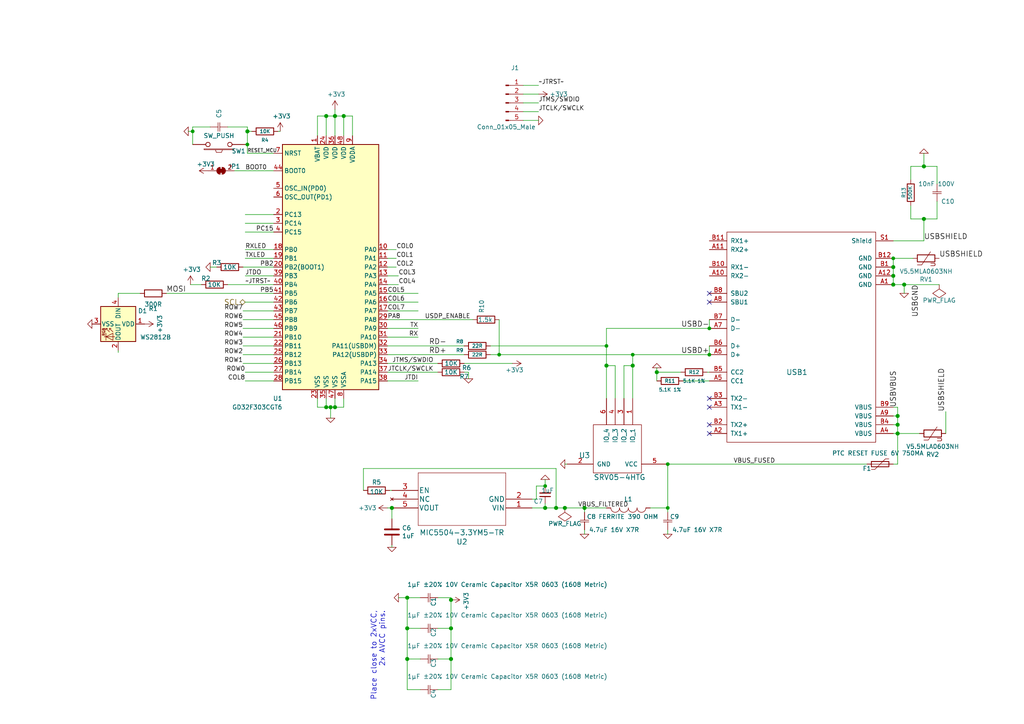
<source format=kicad_sch>
(kicad_sch (version 20210621) (generator eeschema)
  (paper "A4")
  (junction (at 454.025 84.455))
  (junction (at 471.805 30.48))
  (junction (at 458.47 79.375))
  (junction (at 130.81 191.135) (diameter 1.016))
  (junction (at 454.025 43.18))
  (junction (at 440.69 66.04))
  (junction (at 458.47 66.04))
  (junction (at 471.805 56.515))
  (junction (at 401.32 92.075))
  (junction (at 378.46 30.48))
  (junction (at 440.69 79.375))
  (junction (at 476.885 38.1))
  (junction (at 95.885 118.11) (diameter 1.016))
  (junction (at 476.885 25.4))
  (junction (at 401.32 38.1))
  (junction (at 360.68 17.145))
  (junction (at 378.46 56.515))
  (junction (at 94.615 118.11) (diameter 1.016))
  (junction (at 190.5 107.95) (diameter 1.016))
  (junction (at 414.655 43.18))
  (junction (at 382.27 66.04))
  (junction (at 259.08 74.93))
  (junction (at 476.885 66.04))
  (junction (at 434.34 56.515))
  (junction (at 434.34 30.48))
  (junction (at 401.32 25.4))
  (junction (at 347.345 51.435))
  (junction (at 328.295 66.04))
  (junction (at 476.885 51.435))
  (junction (at 395.605 17.145))
  (junction (at 434.34 71.12))
  (junction (at 360.68 56.515))
  (junction (at 378.46 17.145))
  (junction (at 395.605 110.49))
  (junction (at 55.88 38.1))
  (junction (at 365.125 25.4))
  (junction (at 328.295 79.375))
  (junction (at 113.665 147.32) (diameter 1.016))
  (junction (at 471.805 110.49))
  (junction (at 328.295 92.075))
  (junction (at 175.895 106.045) (diameter 1.016))
  (junction (at 262.255 82.55) (diameter 1.016))
  (junction (at 175.895 100.33))
  (junction (at 183.515 106.045) (diameter 1.016))
  (junction (at 382.27 92.075))
  (junction (at 458.47 51.435))
  (junction (at 382.27 51.435))
  (junction (at 440.69 92.075))
  (junction (at 382.27 79.375))
  (junction (at 365.125 92.075))
  (junction (at 395.605 97.155))
  (junction (at 434.34 110.49))
  (junction (at 347.345 25.4))
  (junction (at 414.655 110.49))
  (junction (at 193.675 134.62))
  (junction (at 395.605 84.455))
  (junction (at 328.295 25.4))
  (junction (at 471.805 84.455))
  (junction (at 365.125 66.04))
  (junction (at 458.47 92.075))
  (junction (at 94.615 33.655) (diameter 1.016))
  (junction (at 260.35 123.19) (diameter 1.016))
  (junction (at 169.545 147.32) (diameter 1.016))
  (junction (at 71.755 38.1) (diameter 1.016))
  (junction (at 163.83 147.32) (diameter 1.016))
  (junction (at 414.655 71.12))
  (junction (at 458.47 38.1))
  (junction (at 421.005 38.1))
  (junction (at 458.47 25.4))
  (junction (at 395.605 56.515))
  (junction (at 259.08 77.47) (diameter 1.016))
  (junction (at 360.68 71.12))
  (junction (at 365.125 51.435))
  (junction (at 401.32 66.04))
  (junction (at 414.655 97.155))
  (junction (at 471.805 43.18))
  (junction (at 130.81 182.245) (diameter 1.016))
  (junction (at 118.11 173.355) (diameter 1.016))
  (junction (at 347.345 66.04))
  (junction (at 395.605 71.12))
  (junction (at 471.805 97.155))
  (junction (at 476.885 79.375))
  (junction (at 267.97 48.26) (diameter 1.016))
  (junction (at 347.345 79.375))
  (junction (at 454.025 56.515))
  (junction (at 378.46 110.49))
  (junction (at 434.34 43.18))
  (junction (at 360.68 97.155))
  (junction (at 99.695 33.655) (diameter 1.016))
  (junction (at 471.805 71.12))
  (junction (at 382.27 38.1))
  (junction (at 471.805 17.145))
  (junction (at 476.885 92.075))
  (junction (at 71.755 41.91))
  (junction (at 260.35 125.73) (diameter 1.016))
  (junction (at 395.605 30.48))
  (junction (at 378.46 97.155))
  (junction (at 421.005 79.375))
  (junction (at 144.78 102.87))
  (junction (at 97.155 118.11) (diameter 1.016))
  (junction (at 454.025 71.12))
  (junction (at 161.29 147.32) (diameter 1.016))
  (junction (at 118.11 182.245) (diameter 1.016))
  (junction (at 259.08 82.55) (diameter 1.016))
  (junction (at 260.35 120.65) (diameter 1.016))
  (junction (at 414.655 56.515))
  (junction (at 118.11 191.135) (diameter 1.016))
  (junction (at 360.68 110.49))
  (junction (at 365.125 38.1))
  (junction (at 440.69 38.1))
  (junction (at 440.69 51.435))
  (junction (at 454.025 97.155))
  (junction (at 401.32 51.435))
  (junction (at 454.025 17.145))
  (junction (at 360.68 30.48))
  (junction (at 97.155 33.655) (diameter 1.016))
  (junction (at 382.27 25.4))
  (junction (at 454.025 110.49))
  (junction (at 259.08 80.01) (diameter 1.016))
  (junction (at 378.46 84.455))
  (junction (at 421.005 66.04))
  (junction (at 414.655 30.48))
  (junction (at 421.005 51.435))
  (junction (at 434.34 17.145))
  (junction (at 347.345 38.1))
  (junction (at 421.005 92.075))
  (junction (at 267.97 63.5) (diameter 1.016))
  (junction (at 421.005 25.4))
  (junction (at 158.115 140.97))
  (junction (at 401.32 79.375))
  (junction (at 328.295 51.435))
  (junction (at 440.69 25.4))
  (junction (at 365.125 79.375))
  (junction (at 183.515 102.87))
  (junction (at 158.115 147.32) (diameter 1.016))
  (junction (at 205.74 102.87))
  (junction (at 434.34 97.155))
  (junction (at 414.655 84.455))
  (junction (at 360.68 84.455))
  (junction (at 205.74 95.25))
  (junction (at 395.605 43.18))
  (junction (at 378.46 71.12))
  (junction (at 193.675 147.32))
  (junction (at 414.655 17.145))
  (junction (at 130.81 173.99) (diameter 1.016))
  (junction (at 360.68 43.18))
  (junction (at 454.025 30.48))
  (junction (at 328.295 38.1))
  (junction (at 434.34 84.455))
  (junction (at 347.345 92.075))
  (junction (at 378.46 43.18))
  (no_connect (at 205.74 85.09))
  (no_connect (at 205.74 123.19))
  (no_connect (at 205.74 87.63))
  (no_connect (at 205.74 118.11))
  (no_connect (at 205.74 115.57))
  (no_connect (at 205.74 125.73))
  (wire (pts (xy 163.83 147.32) (xy 161.29 147.32)))
  (wire (pts (xy 372.745 92.075) (xy 373.38 92.075)))
  (wire (pts (xy 466.09 38.1) (xy 466.725 38.1)))
  (wire (pts (xy 79.375 87.63) (xy 71.12 87.63)))
  (wire (pts (xy 60.96 36.83) (xy 55.88 36.83)))
  (wire (pts (xy 79.375 74.93) (xy 71.12 74.93)))
  (wire (pts (xy 156.21 32.385) (xy 151.765 32.385)))
  (wire (pts (xy 271.78 63.5) (xy 267.97 63.5)))
  (wire (pts (xy 448.31 25.4) (xy 448.945 25.4)))
  (wire (pts (xy 466.09 12.065) (xy 466.725 12.065)))
  (wire (pts (xy 164.465 134.62) (xy 163.83 134.62)))
  (wire (pts (xy 372.745 25.4) (xy 373.38 25.4)))
  (wire (pts (xy 71.755 38.1) (xy 71.755 41.91)))
  (wire (pts (xy 466.09 79.375) (xy 466.725 79.375)))
  (wire (pts (xy 408.94 12.065) (xy 409.575 12.065)))
  (wire (pts (xy 471.805 43.18) (xy 490.22 43.18)))
  (wire (pts (xy 434.34 43.18) (xy 454.025 43.18)))
  (wire (pts (xy 395.605 43.18) (xy 414.655 43.18)))
  (wire (pts (xy 414.655 43.18) (xy 434.34 43.18)))
  (wire (pts (xy 454.025 43.18) (xy 471.805 43.18)))
  (wire (pts (xy 378.46 43.18) (xy 395.605 43.18)))
  (wire (pts (xy 341.63 43.18) (xy 360.68 43.18)))
  (wire (pts (xy 360.68 43.18) (xy 378.46 43.18)))
  (wire (pts (xy 205.74 92.71) (xy 205.74 95.25)))
  (wire (pts (xy 259.08 77.47) (xy 259.08 74.93)))
  (wire (pts (xy 71.755 41.91) (xy 71.12 41.91)))
  (wire (pts (xy 55.88 36.83) (xy 55.88 38.1)))
  (wire (pts (xy 130.81 182.245) (xy 127 182.245)))
  (wire (pts (xy 264.16 63.5) (xy 264.16 59.69)))
  (wire (pts (xy 354.965 38.1) (xy 355.6 38.1)))
  (wire (pts (xy 466.09 51.435) (xy 466.725 51.435)))
  (wire (pts (xy 73.025 38.1) (xy 71.755 38.1)))
  (wire (pts (xy 372.745 12.065) (xy 373.38 12.065)))
  (wire (pts (xy 155.575 144.78) (xy 155.575 140.97)))
  (wire (pts (xy 428.625 51.435) (xy 429.26 51.435)))
  (wire (pts (xy 112.395 85.09) (xy 121.285 85.09)))
  (wire (pts (xy 197.485 107.95) (xy 190.5 107.95)))
  (wire (pts (xy 335.915 12.065) (xy 336.55 12.065)))
  (wire (pts (xy 130.81 173.99) (xy 130.81 182.245)))
  (wire (pts (xy 121.92 173.355) (xy 118.11 173.355)))
  (wire (pts (xy 55.245 82.55) (xy 58.42 82.55)))
  (wire (pts (xy 112.395 74.93) (xy 114.935 74.93)))
  (wire (pts (xy 389.89 105.41) (xy 390.525 105.41)))
  (wire (pts (xy 476.885 12.065) (xy 476.885 25.4)))
  (wire (pts (xy 476.885 25.4) (xy 476.885 38.1)))
  (wire (pts (xy 476.885 38.1) (xy 476.885 51.435)))
  (wire (pts (xy 476.885 51.435) (xy 476.885 66.04)))
  (wire (pts (xy 476.885 92.075) (xy 476.885 105.41)))
  (wire (pts (xy 476.885 66.04) (xy 476.885 79.375)))
  (wire (pts (xy 476.885 79.375) (xy 476.885 92.075)))
  (wire (pts (xy 81.28 38.1) (xy 80.645 38.1)))
  (wire (pts (xy 193.675 147.32) (xy 193.675 148.59)))
  (wire (pts (xy 408.94 51.435) (xy 409.575 51.435)))
  (wire (pts (xy 156.21 27.305) (xy 151.765 27.305)))
  (wire (pts (xy 271.78 48.26) (xy 271.78 53.34)))
  (wire (pts (xy 408.94 79.375) (xy 409.575 79.375)))
  (wire (pts (xy 260.35 120.65) (xy 259.08 120.65)))
  (wire (pts (xy 466.09 66.04) (xy 466.725 66.04)))
  (wire (pts (xy 448.31 105.41) (xy 448.945 105.41)))
  (wire (pts (xy 148.59 105.41) (xy 134.62 105.41)))
  (wire (pts (xy 67.945 49.53) (xy 79.375 49.53)))
  (wire (pts (xy 79.375 82.55) (xy 66.04 82.55)))
  (wire (pts (xy 190.5 107.95) (xy 190.5 106.68)))
  (wire (pts (xy 130.81 191.135) (xy 130.81 200.025)))
  (wire (pts (xy 205.74 107.95) (xy 205.105 107.95)))
  (wire (pts (xy 112.395 95.25) (xy 121.285 95.25)))
  (wire (pts (xy 112.395 77.47) (xy 114.935 77.47)))
  (wire (pts (xy 408.94 66.04) (xy 409.575 66.04)))
  (wire (pts (xy 471.805 84.455) (xy 490.22 84.455)))
  (wire (pts (xy 434.34 84.455) (xy 454.025 84.455)))
  (wire (pts (xy 360.68 84.455) (xy 378.46 84.455)))
  (wire (pts (xy 378.46 84.455) (xy 395.605 84.455)))
  (wire (pts (xy 395.605 84.455) (xy 414.655 84.455)))
  (wire (pts (xy 414.655 84.455) (xy 434.34 84.455)))
  (wire (pts (xy 454.025 84.455) (xy 471.805 84.455)))
  (wire (pts (xy 341.63 84.455) (xy 360.68 84.455)))
  (wire (pts (xy 408.94 38.1) (xy 409.575 38.1)))
  (wire (pts (xy 79.375 90.17) (xy 70.485 90.17)))
  (wire (pts (xy 408.94 105.41) (xy 409.575 105.41)))
  (wire (pts (xy 335.915 51.435) (xy 336.55 51.435)))
  (wire (pts (xy 70.485 102.87) (xy 79.375 102.87)))
  (wire (pts (xy 169.545 147.32) (xy 175.895 147.32)))
  (wire (pts (xy 113.03 142.24) (xy 113.665 142.24)))
  (wire (pts (xy 354.965 66.04) (xy 355.6 66.04)))
  (wire (pts (xy 130.81 191.135) (xy 127 191.135)))
  (wire (pts (xy 70.485 97.79) (xy 79.375 97.79)))
  (wire (pts (xy 354.965 51.435) (xy 355.6 51.435)))
  (wire (pts (xy 175.895 106.045) (xy 178.435 106.045)))
  (wire (pts (xy 121.92 182.245) (xy 118.11 182.245)))
  (wire (pts (xy 448.31 38.1) (xy 448.945 38.1)))
  (wire (pts (xy 341.63 17.145) (xy 360.68 17.145)))
  (wire (pts (xy 471.805 17.145) (xy 490.22 17.145)))
  (wire (pts (xy 360.68 17.145) (xy 378.46 17.145)))
  (wire (pts (xy 434.34 17.145) (xy 454.025 17.145)))
  (wire (pts (xy 378.46 17.145) (xy 395.605 17.145)))
  (wire (pts (xy 395.605 17.145) (xy 414.655 17.145)))
  (wire (pts (xy 414.655 17.145) (xy 434.34 17.145)))
  (wire (pts (xy 454.025 17.145) (xy 471.805 17.145)))
  (wire (pts (xy 421.005 79.375) (xy 421.005 92.075)))
  (wire (pts (xy 421.005 92.075) (xy 421.005 105.41)))
  (wire (pts (xy 421.005 66.04) (xy 421.005 79.375)))
  (wire (pts (xy 421.005 38.1) (xy 421.005 51.435)))
  (wire (pts (xy 421.005 51.435) (xy 421.005 66.04)))
  (wire (pts (xy 421.005 12.065) (xy 421.005 25.4)))
  (wire (pts (xy 421.005 25.4) (xy 421.005 38.1)))
  (wire (pts (xy 428.625 79.375) (xy 429.26 79.375)))
  (wire (pts (xy 466.09 92.075) (xy 466.725 92.075)))
  (wire (pts (xy 94.615 39.37) (xy 94.615 33.655)))
  (wire (pts (xy 79.375 110.49) (xy 71.12 110.49)))
  (wire (pts (xy 372.745 105.41) (xy 373.38 105.41)))
  (wire (pts (xy 71.755 36.83) (xy 66.04 36.83)))
  (wire (pts (xy 448.31 12.065) (xy 448.945 12.065)))
  (wire (pts (xy 471.805 56.515) (xy 490.22 56.515)))
  (wire (pts (xy 341.63 56.515) (xy 360.68 56.515)))
  (wire (pts (xy 434.34 56.515) (xy 454.025 56.515)))
  (wire (pts (xy 360.68 56.515) (xy 378.46 56.515)))
  (wire (pts (xy 378.46 56.515) (xy 395.605 56.515)))
  (wire (pts (xy 395.605 56.515) (xy 414.655 56.515)))
  (wire (pts (xy 414.655 56.515) (xy 434.34 56.515)))
  (wire (pts (xy 454.025 56.515) (xy 471.805 56.515)))
  (wire (pts (xy 484.505 92.075) (xy 485.14 92.075)))
  (wire (pts (xy 183.515 106.045) (xy 183.515 115.57)))
  (wire (pts (xy 335.915 92.075) (xy 336.55 92.075)))
  (wire (pts (xy 79.375 64.77) (xy 71.12 64.77)))
  (wire (pts (xy 466.09 105.41) (xy 466.725 105.41)))
  (wire (pts (xy 428.625 105.41) (xy 429.26 105.41)))
  (wire (pts (xy 267.97 48.26) (xy 264.16 48.26)))
  (wire (pts (xy 135.89 107.95) (xy 135.89 109.855)))
  (wire (pts (xy 372.745 79.375) (xy 373.38 79.375)))
  (wire (pts (xy 484.505 12.065) (xy 485.14 12.065)))
  (wire (pts (xy 471.805 110.49) (xy 490.22 110.49)))
  (wire (pts (xy 395.605 110.49) (xy 414.655 110.49)))
  (wire (pts (xy 434.34 110.49) (xy 454.025 110.49)))
  (wire (pts (xy 414.655 110.49) (xy 434.34 110.49)))
  (wire (pts (xy 378.46 110.49) (xy 395.605 110.49)))
  (wire (pts (xy 454.025 110.49) (xy 471.805 110.49)))
  (wire (pts (xy 341.63 110.49) (xy 360.68 110.49)))
  (wire (pts (xy 360.68 110.49) (xy 378.46 110.49)))
  (wire (pts (xy 113.665 158.75) (xy 113.665 158.115)))
  (wire (pts (xy 105.41 135.89) (xy 161.29 135.89)))
  (wire (pts (xy 428.625 66.04) (xy 429.26 66.04)))
  (wire (pts (xy 180.975 106.045) (xy 183.515 106.045)))
  (wire (pts (xy 389.89 25.4) (xy 390.525 25.4)))
  (wire (pts (xy 259.08 123.19) (xy 260.35 123.19)))
  (wire (pts (xy 484.505 25.4) (xy 485.14 25.4)))
  (wire (pts (xy 135.89 107.95) (xy 134.62 107.95)))
  (wire (pts (xy 112.395 110.49) (xy 121.285 110.49)))
  (wire (pts (xy 389.89 12.065) (xy 390.525 12.065)))
  (wire (pts (xy 158.115 147.32) (xy 158.115 146.05)))
  (wire (pts (xy 401.32 66.04) (xy 401.32 79.375)))
  (wire (pts (xy 401.32 12.065) (xy 401.32 25.4)))
  (wire (pts (xy 401.32 25.4) (xy 401.32 38.1)))
  (wire (pts (xy 401.32 38.1) (xy 401.32 51.435)))
  (wire (pts (xy 401.32 51.435) (xy 401.32 66.04)))
  (wire (pts (xy 401.32 79.375) (xy 401.32 92.075)))
  (wire (pts (xy 401.32 92.075) (xy 401.32 105.41)))
  (wire (pts (xy 274.32 119.38) (xy 274.32 125.73)))
  (wire (pts (xy 97.155 33.655) (xy 94.615 33.655)))
  (wire (pts (xy 169.545 148.59) (xy 169.545 147.32)))
  (wire (pts (xy 156.21 34.925) (xy 151.765 34.925)))
  (wire (pts (xy 97.155 118.11) (xy 99.695 118.11)))
  (wire (pts (xy 260.35 125.73) (xy 260.35 134.62)))
  (wire (pts (xy 260.35 134.62) (xy 259.08 134.62)))
  (wire (pts (xy 335.915 38.1) (xy 336.55 38.1)))
  (wire (pts (xy 112.395 80.01) (xy 115.57 80.01)))
  (wire (pts (xy 154.305 144.78) (xy 155.575 144.78)))
  (wire (pts (xy 118.11 173.355) (xy 115.57 173.355)))
  (wire (pts (xy 92.075 118.11) (xy 92.075 115.57)))
  (wire (pts (xy 112.395 82.55) (xy 115.57 82.55)))
  (wire (pts (xy 259.08 74.93) (xy 264.795 74.93)))
  (wire (pts (xy 118.11 191.135) (xy 118.11 200.025)))
  (wire (pts (xy 34.29 101.6) (xy 34.29 102.235)))
  (wire (pts (xy 79.375 95.25) (xy 70.485 95.25)))
  (wire (pts (xy 156.21 24.765) (xy 151.765 24.765)))
  (wire (pts (xy 156.21 29.845) (xy 151.765 29.845)))
  (wire (pts (xy 95.885 118.11) (xy 97.155 118.11)))
  (wire (pts (xy 484.505 66.04) (xy 485.14 66.04)))
  (wire (pts (xy 112.395 107.95) (xy 127 107.95)))
  (wire (pts (xy 175.895 100.33) (xy 175.895 95.25)))
  (wire (pts (xy 175.895 106.045) (xy 175.895 100.33)))
  (wire (pts (xy 205.74 95.25) (xy 175.895 95.25)))
  (wire (pts (xy 105.41 142.24) (xy 105.41 135.89)))
  (wire (pts (xy 354.965 92.075) (xy 355.6 92.075)))
  (wire (pts (xy 328.295 12.065) (xy 328.295 25.4)))
  (wire (pts (xy 328.295 25.4) (xy 328.295 38.1)))
  (wire (pts (xy 328.295 79.375) (xy 328.295 92.075)))
  (wire (pts (xy 328.295 92.075) (xy 328.295 105.41)))
  (wire (pts (xy 328.295 38.1) (xy 328.295 51.435)))
  (wire (pts (xy 328.295 51.435) (xy 328.295 66.04)))
  (wire (pts (xy 328.295 66.04) (xy 328.295 79.375)))
  (wire (pts (xy 130.81 182.245) (xy 130.81 191.135)))
  (wire (pts (xy 260.35 125.73) (xy 259.08 125.73)))
  (wire (pts (xy 158.115 147.32) (xy 154.305 147.32)))
  (wire (pts (xy 428.625 92.075) (xy 429.26 92.075)))
  (wire (pts (xy 180.975 115.57) (xy 180.975 106.045)))
  (wire (pts (xy 112.395 100.33) (xy 134.62 100.33)))
  (wire (pts (xy 389.89 79.375) (xy 390.525 79.375)))
  (wire (pts (xy 161.29 147.32) (xy 158.115 147.32)))
  (wire (pts (xy 79.375 92.71) (xy 70.485 92.71)))
  (wire (pts (xy 112.395 102.87) (xy 134.62 102.87)))
  (wire (pts (xy 260.35 118.11) (xy 259.08 118.11)))
  (wire (pts (xy 260.35 125.73) (xy 266.7 125.73)))
  (wire (pts (xy 354.965 12.065) (xy 355.6 12.065)))
  (wire (pts (xy 97.155 31.75) (xy 97.155 33.655)))
  (wire (pts (xy 79.375 77.47) (xy 70.485 77.47)))
  (wire (pts (xy 130.81 173.355) (xy 130.81 173.99)))
  (wire (pts (xy 118.11 173.355) (xy 118.11 182.245)))
  (wire (pts (xy 484.505 38.1) (xy 485.14 38.1)))
  (wire (pts (xy 112.395 72.39) (xy 114.935 72.39)))
  (wire (pts (xy 471.805 97.155) (xy 490.22 97.155)))
  (wire (pts (xy 434.34 97.155) (xy 454.025 97.155)))
  (wire (pts (xy 395.605 97.155) (xy 414.655 97.155)))
  (wire (pts (xy 414.655 97.155) (xy 434.34 97.155)))
  (wire (pts (xy 454.025 97.155) (xy 471.805 97.155)))
  (wire (pts (xy 378.46 97.155) (xy 395.605 97.155)))
  (wire (pts (xy 360.68 97.155) (xy 378.46 97.155)))
  (wire (pts (xy 341.63 97.155) (xy 360.68 97.155)))
  (wire (pts (xy 267.97 44.45) (xy 267.97 48.26)))
  (wire (pts (xy 175.895 106.045) (xy 175.895 115.57)))
  (wire (pts (xy 94.615 33.655) (xy 92.075 33.655)))
  (wire (pts (xy 440.69 79.375) (xy 440.69 92.075)))
  (wire (pts (xy 440.69 92.075) (xy 440.69 105.41)))
  (wire (pts (xy 440.69 66.04) (xy 440.69 79.375)))
  (wire (pts (xy 440.69 12.065) (xy 440.69 25.4)))
  (wire (pts (xy 440.69 25.4) (xy 440.69 38.1)))
  (wire (pts (xy 440.69 38.1) (xy 440.69 51.435)))
  (wire (pts (xy 440.69 51.435) (xy 440.69 66.04)))
  (wire (pts (xy 142.24 102.87) (xy 144.78 102.87)))
  (wire (pts (xy 144.78 92.71) (xy 144.78 102.87)))
  (wire (pts (xy 118.11 182.245) (xy 118.11 191.135)))
  (wire (pts (xy 48.26 85.09) (xy 79.375 85.09)))
  (wire (pts (xy 484.505 79.375) (xy 485.14 79.375)))
  (wire (pts (xy 102.235 33.655) (xy 102.235 39.37)))
  (wire (pts (xy 335.915 105.41) (xy 336.55 105.41)))
  (wire (pts (xy 193.675 134.62) (xy 251.46 134.62)))
  (wire (pts (xy 60.96 77.47) (xy 62.865 77.47)))
  (wire (pts (xy 205.74 100.33) (xy 205.74 102.87)))
  (wire (pts (xy 365.125 25.4) (xy 365.125 38.1)))
  (wire (pts (xy 365.125 12.065) (xy 365.125 25.4)))
  (wire (pts (xy 365.125 79.375) (xy 365.125 92.075)))
  (wire (pts (xy 365.125 92.075) (xy 365.125 105.41)))
  (wire (pts (xy 365.125 66.04) (xy 365.125 79.375)))
  (wire (pts (xy 365.125 38.1) (xy 365.125 51.435)))
  (wire (pts (xy 365.125 51.435) (xy 365.125 66.04)))
  (wire (pts (xy 259.08 82.55) (xy 259.08 80.01)))
  (wire (pts (xy 448.31 92.075) (xy 448.945 92.075)))
  (wire (pts (xy 79.375 67.31) (xy 71.12 67.31)))
  (wire (pts (xy 158.115 140.97) (xy 158.115 139.065)))
  (wire (pts (xy 484.505 51.435) (xy 485.14 51.435)))
  (wire (pts (xy 99.695 33.655) (xy 102.235 33.655)))
  (wire (pts (xy 271.78 63.5) (xy 271.78 58.42)))
  (wire (pts (xy 34.29 85.09) (xy 34.29 86.36)))
  (wire (pts (xy 40.64 85.09) (xy 34.29 85.09)))
  (wire (pts (xy 354.965 25.4) (xy 355.6 25.4)))
  (wire (pts (xy 389.89 38.1) (xy 390.525 38.1)))
  (wire (pts (xy 70.485 100.33) (xy 79.375 100.33)))
  (wire (pts (xy 79.375 44.45) (xy 71.755 44.45)))
  (wire (pts (xy 97.155 33.655) (xy 97.155 39.37)))
  (wire (pts (xy 169.545 147.32) (xy 163.83 147.32)))
  (wire (pts (xy 99.695 33.655) (xy 99.695 39.37)))
  (wire (pts (xy 112.395 97.79) (xy 121.285 97.79)))
  (wire (pts (xy 190.5 110.49) (xy 190.5 107.95)))
  (wire (pts (xy 335.915 25.4) (xy 336.55 25.4)))
  (wire (pts (xy 267.97 63.5) (xy 267.97 69.85)))
  (wire (pts (xy 97.155 33.655) (xy 99.695 33.655)))
  (wire (pts (xy 71.755 41.91) (xy 71.755 44.45)))
  (wire (pts (xy 113.665 150.495) (xy 113.665 147.32)))
  (wire (pts (xy 408.94 25.4) (xy 409.575 25.4)))
  (wire (pts (xy 262.255 82.55) (xy 262.255 85.09)))
  (wire (pts (xy 428.625 38.1) (xy 429.26 38.1)))
  (wire (pts (xy 70.485 105.41) (xy 79.375 105.41)))
  (wire (pts (xy 471.805 30.48) (xy 490.22 30.48)))
  (wire (pts (xy 341.63 30.48) (xy 360.68 30.48)))
  (wire (pts (xy 360.68 30.48) (xy 378.46 30.48)))
  (wire (pts (xy 434.34 30.48) (xy 454.025 30.48)))
  (wire (pts (xy 378.46 30.48) (xy 395.605 30.48)))
  (wire (pts (xy 395.605 30.48) (xy 414.655 30.48)))
  (wire (pts (xy 414.655 30.48) (xy 434.34 30.48)))
  (wire (pts (xy 454.025 30.48) (xy 471.805 30.48)))
  (wire (pts (xy 448.31 79.375) (xy 448.945 79.375)))
  (wire (pts (xy 112.395 105.41) (xy 127 105.41)))
  (wire (pts (xy 144.78 102.87) (xy 183.515 102.87)))
  (wire (pts (xy 118.11 200.025) (xy 121.92 200.025)))
  (wire (pts (xy 92.075 118.11) (xy 94.615 118.11)))
  (wire (pts (xy 267.97 69.85) (xy 259.08 69.85)))
  (wire (pts (xy 178.435 106.045) (xy 178.435 115.57)))
  (wire (pts (xy 389.89 66.04) (xy 390.525 66.04)))
  (wire (pts (xy 484.505 105.41) (xy 485.14 105.41)))
  (wire (pts (xy 55.88 38.1) (xy 55.88 41.91)))
  (wire (pts (xy 79.375 107.95) (xy 71.12 107.95)))
  (wire (pts (xy 354.965 79.375) (xy 355.6 79.375)))
  (wire (pts (xy 97.155 118.11) (xy 97.155 115.57)))
  (wire (pts (xy 183.515 106.045) (xy 183.515 102.87)))
  (wire (pts (xy 205.74 102.87) (xy 183.515 102.87)))
  (wire (pts (xy 259.08 82.55) (xy 262.255 82.55)))
  (wire (pts (xy 161.29 135.89) (xy 161.29 147.32)))
  (wire (pts (xy 382.27 25.4) (xy 382.27 38.1)))
  (wire (pts (xy 382.27 12.065) (xy 382.27 25.4)))
  (wire (pts (xy 382.27 66.04) (xy 382.27 79.375)))
  (wire (pts (xy 382.27 38.1) (xy 382.27 51.435)))
  (wire (pts (xy 382.27 51.435) (xy 382.27 66.04)))
  (wire (pts (xy 382.27 79.375) (xy 382.27 92.075)))
  (wire (pts (xy 382.27 92.075) (xy 382.27 105.41)))
  (wire (pts (xy 448.31 51.435) (xy 448.945 51.435)))
  (wire (pts (xy 112.395 90.17) (xy 121.285 90.17)))
  (wire (pts (xy 193.675 154.94) (xy 193.675 153.67)))
  (wire (pts (xy 205.74 110.49) (xy 198.12 110.49)))
  (wire (pts (xy 428.625 25.4) (xy 429.26 25.4)))
  (wire (pts (xy 448.31 66.04) (xy 448.945 66.04)))
  (wire (pts (xy 389.89 92.075) (xy 390.525 92.075)))
  (wire (pts (xy 466.09 25.4) (xy 466.725 25.4)))
  (wire (pts (xy 130.81 173.355) (xy 127 173.355)))
  (wire (pts (xy 264.16 48.26) (xy 264.16 52.07)))
  (wire (pts (xy 335.915 66.04) (xy 336.55 66.04)))
  (wire (pts (xy 193.675 147.32) (xy 193.675 134.62)))
  (wire (pts (xy 389.89 51.435) (xy 390.525 51.435)))
  (wire (pts (xy 99.695 118.11) (xy 99.695 115.57)))
  (wire (pts (xy 79.375 72.39) (xy 71.12 72.39)))
  (wire (pts (xy 259.08 80.01) (xy 259.08 77.47)))
  (wire (pts (xy 112.395 92.71) (xy 137.16 92.71)))
  (wire (pts (xy 71.755 36.83) (xy 71.755 38.1)))
  (wire (pts (xy 94.615 118.11) (xy 95.885 118.11)))
  (wire (pts (xy 54.61 38.1) (xy 55.88 38.1)))
  (wire (pts (xy 260.35 125.73) (xy 260.35 123.19)))
  (wire (pts (xy 271.78 48.26) (xy 267.97 48.26)))
  (wire (pts (xy 354.965 105.41) (xy 355.6 105.41)))
  (wire (pts (xy 262.255 82.55) (xy 272.415 82.55)))
  (wire (pts (xy 372.745 66.04) (xy 373.38 66.04)))
  (wire (pts (xy 112.395 147.32) (xy 113.665 147.32)))
  (wire (pts (xy 92.075 33.655) (xy 92.075 39.37)))
  (wire (pts (xy 260.35 120.65) (xy 260.35 118.11)))
  (wire (pts (xy 458.47 66.04) (xy 458.47 79.375)))
  (wire (pts (xy 458.47 79.375) (xy 458.47 92.075)))
  (wire (pts (xy 458.47 92.075) (xy 458.47 105.41)))
  (wire (pts (xy 458.47 12.065) (xy 458.47 25.4)))
  (wire (pts (xy 458.47 38.1) (xy 458.47 51.435)))
  (wire (pts (xy 458.47 25.4) (xy 458.47 38.1)))
  (wire (pts (xy 458.47 51.435) (xy 458.47 66.04)))
  (wire (pts (xy 79.375 80.01) (xy 71.12 80.01)))
  (wire (pts (xy 130.81 200.025) (xy 127 200.025)))
  (wire (pts (xy 471.805 71.12) (xy 490.22 71.12)))
  (wire (pts (xy 434.34 71.12) (xy 454.025 71.12)))
  (wire (pts (xy 395.605 71.12) (xy 414.655 71.12)))
  (wire (pts (xy 414.655 71.12) (xy 434.34 71.12)))
  (wire (pts (xy 454.025 71.12) (xy 471.805 71.12)))
  (wire (pts (xy 341.63 71.12) (xy 360.68 71.12)))
  (wire (pts (xy 360.68 71.12) (xy 378.46 71.12)))
  (wire (pts (xy 378.46 71.12) (xy 395.605 71.12)))
  (wire (pts (xy 158.115 140.97) (xy 155.575 140.97)))
  (wire (pts (xy 79.375 62.23) (xy 71.12 62.23)))
  (wire (pts (xy 372.745 38.1) (xy 373.38 38.1)))
  (wire (pts (xy 95.885 118.11) (xy 95.885 121.285)))
  (wire (pts (xy 335.915 79.375) (xy 336.55 79.375)))
  (wire (pts (xy 142.24 100.33) (xy 175.895 100.33)))
  (wire (pts (xy 112.395 87.63) (xy 121.285 87.63)))
  (wire (pts (xy 347.345 25.4) (xy 347.345 38.1)))
  (wire (pts (xy 347.345 12.065) (xy 347.345 25.4)))
  (wire (pts (xy 347.345 79.375) (xy 347.345 92.075)))
  (wire (pts (xy 347.345 92.075) (xy 347.345 105.41)))
  (wire (pts (xy 347.345 66.04) (xy 347.345 79.375)))
  (wire (pts (xy 347.345 38.1) (xy 347.345 51.435)))
  (wire (pts (xy 347.345 51.435) (xy 347.345 66.04)))
  (wire (pts (xy 408.94 92.075) (xy 409.575 92.075)))
  (wire (pts (xy 188.595 147.32) (xy 193.675 147.32)))
  (wire (pts (xy 267.97 63.5) (xy 264.16 63.5)))
  (wire (pts (xy 169.545 153.67) (xy 169.545 154.94)))
  (wire (pts (xy 372.745 51.435) (xy 373.38 51.435)))
  (wire (pts (xy 260.35 123.19) (xy 260.35 120.65)))
  (wire (pts (xy 94.615 118.11) (xy 94.615 115.57)))
  (wire (pts (xy 121.92 191.135) (xy 118.11 191.135)))
  (wire (pts (xy 428.625 12.065) (xy 429.26 12.065)))
  (text "Place close to 2xVCC,\n2x AVCC pins." (at 111.76 177.165 270) (effects (font (size 1.524 1.524)) (justify right bottom)))
  (label "VBUS_FUSED" (at 212.725 134.62 0))
  (label "ROW2" (at 70.485 102.87 180))
  (label "USBGND" (at 266.7 82.55 270) (effects (font (size 1.524 1.524))))
  (label "JTCLK{slash}SWCLK" (at 125.73 107.95 180))
  (label "COL2" (at 114.935 77.47 0))
  (label "BOOT0" (at 71.12 49.53 0))
  (label "MOSI" (at 48.26 85.09 0) (effects (font (size 1.524 1.524))))
  (label "ROW1" (at 490.22 30.48 0))
  (label "ROW7" (at 490.22 110.49 0))
  (label "USBD-" (at 205.74 95.25 180) (effects (font (size 1.524 1.524))))
  (label "COL8" (at 71.12 110.49 180))
  (label "RXLED" (at 71.12 72.39 0))
  (label "RX" (at 121.285 97.79 180))
  (label "~JTRST~" (at 71.12 82.55 0))
  (label "VBUS_FILTERED" (at 167.64 147.32 0))
  (label "COL5" (at 112.395 85.09 0))
  (label "COL0" (at 114.935 72.39 0))
  (label "PB2" (at 79.375 77.47 180))
  (label "ROW4" (at 70.485 97.79 180))
  (label "PC15" (at 79.375 67.31 180))
  (label "COL3" (at 382.27 12.065 90))
  (label "COL6" (at 112.395 87.63 0))
  (label "COL7" (at 112.395 90.17 0))
  (label "USBVBUS" (at 260.35 118.11 90) (effects (font (size 1.524 1.524))))
  (label "ROW5" (at 70.485 95.25 180))
  (label "USDP_ENABLE" (at 123.19 92.71 0))
  (label "JTDO" (at 71.12 80.01 0))
  (label "COL1" (at 114.935 74.93 0))
  (label "~JTRST~" (at 156.21 24.765 0))
  (label "RD-" (at 129.54 100.33 180) (effects (font (size 1.524 1.524))))
  (label "COL4" (at 401.32 12.065 90))
  (label "USBSHIELD" (at 272.415 74.93 0) (effects (font (size 1.524 1.524))))
  (label "JTMS{slash}SWDIO" (at 156.21 29.845 0))
  (label "RESET_MCU" (at 71.755 44.45 0) (effects (font (size 0.9906 0.9906))))
  (label "USBSHIELD" (at 267.97 69.85 0) (effects (font (size 1.524 1.524))))
  (label "USBSHIELD" (at 274.32 119.38 90) (effects (font (size 1.524 1.524))))
  (label "RD+" (at 129.54 102.87 180) (effects (font (size 1.524 1.524))))
  (label "ROW4" (at 490.22 71.12 0))
  (label "ROW0" (at 490.22 17.145 0))
  (label "TXLED" (at 71.12 74.93 0))
  (label "COL5" (at 421.005 12.065 90))
  (label "USBD+" (at 205.74 102.87 180) (effects (font (size 1.524 1.524))))
  (label "COL2" (at 365.125 12.065 90))
  (label "ROW3" (at 70.485 100.33 180))
  (label "COL4" (at 115.57 82.55 0))
  (label "COL1" (at 347.345 12.065 90))
  (label "ROW2" (at 490.22 43.18 0))
  (label "COL0" (at 328.295 12.065 90))
  (label "PB5" (at 79.375 85.09 180))
  (label "JTMS{slash}SWDIO" (at 125.73 105.41 180))
  (label "TX" (at 121.285 95.25 180))
  (label "ROW6" (at 490.22 97.155 0))
  (label "ROW0" (at 71.12 107.95 180))
  (label "ROW1" (at 70.485 105.41 180))
  (label "JTCLK{slash}SWCLK" (at 156.21 32.385 0))
  (label "ROW3" (at 490.22 56.515 0))
  (label "JTDI" (at 121.285 110.49 180))
  (label "COL8" (at 476.885 12.065 90))
  (label "PA8" (at 112.395 92.71 0))
  (label "COL6" (at 440.69 12.065 90))
  (label "ROW7" (at 70.485 90.17 180))
  (label "COL7" (at 458.47 12.065 90))
  (label "ROW6" (at 70.485 92.71 180))
  (label "COL3" (at 115.57 80.01 0))
  (label "ROW5" (at 490.22 84.455 0))
  (hierarchical_label "SCL" (shape bidirectional) (at 71.12 87.63 180) (effects (font (size 1.524 1.524))))
  (symbol (lib_id "Device:D") (at 480.695 12.065 0) (unit 1)
    (property "Reference" "D66" (at 480.695 5.08 0))
    (property "Value" "1N4148" (at 480.695 7.62 0))
    (property "Footprint" "Diode_SMD:D_SOD-123" (effects hide))
  )
  (symbol (lib_id "Switch:SW_Push_45deg") (at 393.065 53.975 0) (unit 1)
    (property "Reference" "SW30" (at 393.065 45.72 0))
    (property "Value" "SW_Push_45deg" (at 393.065 48.26 0))
    (property "Footprint" "Switch_Keyboard_Kailh:SW_Hotswap_Kailh_1.00u" (effects hide))
  )
  (symbol (lib_id "Switch:SW_Push_45deg") (at 412.115 40.64 0) (unit 1)
    (property "Reference" "SW37" (at 412.115 32.385 0))
    (property "Value" "SW_Push_45deg" (at 412.115 34.925 0))
    (property "Footprint" "Switch_Keyboard_Kailh:SW_Hotswap_Kailh_1.00u" (effects hide))
  )
  (symbol (lib_id "Switch:SW_Push_45deg") (at 339.09 40.64 0) (unit 1)
    (property "Reference" "SW5" (at 339.09 32.385 0))
    (property "Value" "SW_Push_45deg" (at 339.09 34.925 0))
    (property "Footprint" "Switch_Keyboard_Kailh:SW_Hotswap_Kailh_1.00u" (effects hide))
  )
  (symbol (lib_id "Switch:SW_Push_45deg") (at 451.485 14.605 0) (unit 1)
    (property "Reference" "SW51" (at 451.485 6.35 0))
    (property "Value" "SW_Push_45deg" (at 451.485 8.89 0))
    (property "Footprint" "Switch_Keyboard_Kailh:SW_Hotswap_Kailh_1.00u" (effects hide))
  )
  (symbol (lib_id "Switch:SW_Push_45deg") (at 431.8 81.915 0) (unit 1)
    (property "Reference" "SW48" (at 431.8 73.66 0))
    (property "Value" "SW_Push_45deg" (at 431.8 76.2 0))
    (property "Footprint" "Switch_Keyboard_Kailh:SW_Hotswap_Kailh_1.00u" (effects hide))
  )
  (symbol (lib_id "modela-rescue:GND") (at 95.885 121.285 0) (unit 1)
    (property "Reference" "#PWR0107" (effects hide))
    (property "Value" "GND" (effects hide))
  )
  (symbol (lib_id "Device:D") (at 480.695 66.04 0) (unit 1)
    (property "Reference" "D70" (at 480.695 59.055 0))
    (property "Value" "1N4148" (at 480.695 61.595 0))
    (property "Footprint" "Diode_SMD:D_SOD-123" (effects hide))
  )
  (symbol (lib_id "Device:D") (at 462.28 79.375 0) (unit 1)
    (property "Reference" "D63" (at 462.28 72.39 0))
    (property "Value" "1N4148" (at 462.28 74.93 0))
    (property "Footprint" "Diode_SMD:D_SOD-123" (effects hide))
  )
  (symbol (lib_id "Switch:SW_Push_45deg") (at 358.14 53.975 0) (unit 1)
    (property "Reference" "SW14" (at 358.14 45.72 0))
    (property "Value" "SW_Push_45deg" (at 358.14 48.26 0))
    (property "Footprint" "Switch_Keyboard_Kailh:SW_Hotswap_Kailh_1.00u" (effects hide))
  )
  (symbol (lib_id "Device:D") (at 368.935 105.41 0) (unit 1)
    (property "Reference" "D25" (at 368.935 98.425 0))
    (property "Value" "1N4148" (at 368.935 100.965 0))
    (property "Footprint" "Diode_SMD:D_SOD-123" (effects hide))
  )
  (symbol (lib_id "LED:WS2812B") (at 34.29 93.98 270) (unit 1)
    (property "Reference" "D1" (at 40.005 90.17 90) (effects (justify left)))
    (property "Value" "WS2812B" (at 40.64 97.79 90) (effects (justify left)))
    (property "Footprint" "LED_SMD:LED_WS2812B_PLCC4_5.0x5.0mm_P3.2mm" (effects hide))
    (property "Datasheet" "https://cdn-shop.adafruit.com/datasheets/WS2812B.pdf" (effects hide))
    (property "LCSC" "C2761795" (effects hide))
  )
  (symbol (lib_id "Device:D") (at 444.5 51.435 0) (unit 1)
    (property "Reference" "D53" (at 444.5 44.45 0))
    (property "Value" "1N4148" (at 444.5 46.99 0))
    (property "Footprint" "Diode_SMD:D_SOD-123" (effects hide))
  )
  (symbol (lib_id "Device:D") (at 424.815 92.075 0) (unit 1)
    (property "Reference" "D48" (at 424.815 85.09 0))
    (property "Value" "1N4148" (at 424.815 87.63 0))
    (property "Footprint" "Diode_SMD:D_SOD-123" (effects hide))
  )
  (symbol (lib_id "Switch:SW_Push_45deg") (at 469.265 68.58 0) (unit 1)
    (property "Reference" "SW63" (at 469.265 60.325 0))
    (property "Value" "SW_Push_45deg" (at 469.265 62.865 0))
    (property "Footprint" "Switch_Keyboard_Kailh:SW_Hotswap_Kailh_1.00u" (effects hide))
  )
  (symbol (lib_id "Switch:SW_Push_45deg") (at 375.92 40.64 0) (unit 1)
    (property "Reference" "SW21" (at 375.92 32.385 0))
    (property "Value" "SW_Push_45deg" (at 375.92 34.925 0))
    (property "Footprint" "Switch_Keyboard_Kailh:SW_Hotswap_Kailh_1.00u" (effects hide))
  )
  (symbol (lib_id "Switch:SW_Push_45deg") (at 339.09 27.94 0) (unit 1)
    (property "Reference" "SW4" (at 339.09 19.685 0))
    (property "Value" "SW_Push_45deg" (at 339.09 22.225 0))
    (property "Footprint" "Switch_Keyboard_Kailh:SW_Hotswap_Kailh_1.00u" (effects hide))
  )
  (symbol (lib_id "Device:D") (at 405.13 51.435 0) (unit 1)
    (property "Reference" "D37" (at 405.13 44.45 0))
    (property "Value" "1N4148" (at 405.13 46.99 0))
    (property "Footprint" "Diode_SMD:D_SOD-123" (effects hide))
  )
  (symbol (lib_id "Device:D") (at 368.935 25.4 0) (unit 1)
    (property "Reference" "D19" (at 368.935 18.415 0))
    (property "Value" "1N4148" (at 368.935 20.955 0))
    (property "Footprint" "Diode_SMD:D_SOD-123" (effects hide))
  )
  (symbol (lib_id "Device:D") (at 480.695 105.41 0) (unit 1)
    (property "Reference" "D73" (at 480.695 98.425 0))
    (property "Value" "1N4148" (at 480.695 100.965 0))
    (property "Footprint" "Diode_SMD:D_SOD-123" (effects hide))
  )
  (symbol (lib_id "Device:D") (at 405.13 66.04 0) (unit 1)
    (property "Reference" "D38" (at 405.13 59.055 0))
    (property "Value" "1N4148" (at 405.13 61.595 0))
    (property "Footprint" "Diode_SMD:D_SOD-123" (effects hide))
  )
  (symbol (lib_id "Device:D") (at 405.13 38.1 0) (unit 1)
    (property "Reference" "D36" (at 405.13 31.115 0))
    (property "Value" "1N4148" (at 405.13 33.655 0))
    (property "Footprint" "Diode_SMD:D_SOD-123" (effects hide))
  )
  (symbol (lib_id "Switch:SW_Push_45deg") (at 393.065 81.915 0) (unit 1)
    (property "Reference" "SW32" (at 393.065 73.66 0))
    (property "Value" "SW_Push_45deg" (at 393.065 76.2 0))
    (property "Footprint" "Switch_Keyboard_Kailh:SW_Hotswap_Kailh_1.00u" (effects hide))
  )
  (symbol (lib_id "Device:D") (at 444.5 12.065 0) (unit 1)
    (property "Reference" "D50" (at 444.5 5.08 0))
    (property "Value" "1N4148" (at 444.5 7.62 0))
    (property "Footprint" "Diode_SMD:D_SOD-123" (effects hide))
  )
  (symbol (lib_id "Switch:SW_Push_45deg") (at 451.485 107.95 0) (unit 1)
    (property "Reference" "SW58" (at 451.485 99.695 0))
    (property "Value" "SW_Push_45deg" (at 451.485 102.235 0))
    (property "Footprint" "Switch_Keyboard_Kailh:SW_Hotswap_Kailh_1.00u" (effects hide))
  )
  (symbol (lib_id "Switch:SW_Push_45deg") (at 358.14 81.915 0) (unit 1)
    (property "Reference" "SW16" (at 358.14 73.66 0))
    (property "Value" "SW_Push_45deg" (at 358.14 76.2 0))
    (property "Footprint" "Switch_Keyboard_Kailh:SW_Hotswap_Kailh_1.00u" (effects hide))
  )
  (symbol (lib_id "Switch:SW_Push_45deg") (at 431.8 40.64 0) (unit 1)
    (property "Reference" "SW45" (at 431.8 32.385 0))
    (property "Value" "SW_Push_45deg" (at 431.8 34.925 0))
    (property "Footprint" "Switch_Keyboard_Kailh:SW_Hotswap_Kailh_1.00u" (effects hide))
  )
  (symbol (lib_id "Switch:SW_Push_45deg") (at 451.485 53.975 0) (unit 1)
    (property "Reference" "SW54" (at 451.485 45.72 0))
    (property "Value" "SW_Push_45deg" (at 451.485 48.26 0))
    (property "Footprint" "Switch_Keyboard_Kailh:SW_Hotswap_Kailh_1.00u" (effects hide))
  )
  (symbol (lib_id "Device:D") (at 424.815 79.375 0) (unit 1)
    (property "Reference" "D47" (at 424.815 72.39 0))
    (property "Value" "1N4148" (at 424.815 74.93 0))
    (property "Footprint" "Diode_SMD:D_SOD-123" (effects hide))
  )
  (symbol (lib_id "Switch:SW_Push_45deg") (at 393.065 107.95 0) (unit 1)
    (property "Reference" "SW34" (at 393.065 99.695 0))
    (property "Value" "SW_Push_45deg" (at 393.065 102.235 0))
    (property "Footprint" "Switch_Keyboard_Kailh:SW_Hotswap_Kailh_1.00u" (effects hide))
  )
  (symbol (lib_id "Device:D") (at 386.08 38.1 0) (unit 1)
    (property "Reference" "D28" (at 386.08 31.115 0))
    (property "Value" "1N4148" (at 386.08 33.655 0))
    (property "Footprint" "Diode_SMD:D_SOD-123" (effects hide))
  )
  (symbol (lib_id "Device:D") (at 480.695 38.1 0) (unit 1)
    (property "Reference" "D68" (at 480.695 31.115 0))
    (property "Value" "1N4148" (at 480.695 33.655 0))
    (property "Footprint" "Diode_SMD:D_SOD-123" (effects hide))
  )
  (symbol (lib_id "Device:D") (at 444.5 25.4 0) (unit 1)
    (property "Reference" "D51" (at 444.5 18.415 0))
    (property "Value" "1N4148" (at 444.5 20.955 0))
    (property "Footprint" "Diode_SMD:D_SOD-123" (effects hide))
  )
  (symbol (lib_id "modela-rescue:CSMALL") (at 124.46 173.355 270) (mirror x) (unit 1)
    (property "Reference" "C1" (at 125.73 175.895 0) (effects (justify left)))
    (property "Value" "1µF ±20% 10V Ceramic Capacitor X5R 0603 (1608 Metric)" (at 118.11 169.545 90) (effects (justify left)))
    (property "Footprint" "Capacitor_SMD:C_0603_1608Metric" (effects hide))
    (property "Datasheet" "http://www.samsungsem.com/kr/front/downloadcms.do?path=/kr/support/product-search/mlcc/__icsFiles/afieldfile/2014/11/05&fileName=C_CL10A105MP8NNNC.pdf" (effects hide))
    (property "Description" "CAP CER 1UF 10V X5R 0603" (effects hide))
    (property "DigiKey" "1276-1866-1-ND" (effects hide))
    (property "Manufacturer" "Samsung" (effects hide))
    (property "MPN" "CL10A105MP8NNNC" (effects hide))
    (property "LCSC" "C15849" (effects hide))
  )
  (symbol (lib_id "Device:C") (at 113.665 154.305 0) (unit 1)
    (property "Reference" "C6" (at 116.586 153.1366 0) (effects (justify left)))
    (property "Value" "1uF" (at 116.586 155.448 0) (effects (justify left)))
    (property "Footprint" "Capacitor_SMD:C_0603_1608Metric" (effects hide))
    (property "Datasheet" "https://datasheet.octopart.com/CL10A105MP8NNNC-Samsung-Electro-Mechanics-datasheet-8324245.pdf" (effects hide))
    (property "Description" "CAP CER 1UF 10V X5R 0603" (effects hide))
    (property "DigiKey" "1276-1866-1-ND" (effects hide))
    (property "MPN" "CL10A105MP8NNNC" (effects hide))
    (property "Manufacturer" "Samsung" (effects hide))
    (property "LCSC" "C15849" (effects hide))
  )
  (symbol (lib_id "Switch:SW_Push_45deg") (at 451.485 40.64 0) (unit 1)
    (property "Reference" "SW53" (at 451.485 32.385 0))
    (property "Value" "SW_Push_45deg" (at 451.485 34.925 0))
    (property "Footprint" "Switch_Keyboard_Kailh:SW_Hotswap_Kailh_1.00u" (effects hide))
  )
  (symbol (lib_id "Device:D") (at 351.155 105.41 0) (unit 1)
    (property "Reference" "D17" (at 351.155 98.425 0))
    (property "Value" "1N4148" (at 351.155 100.965 0))
    (property "Footprint" "Diode_SMD:D_SOD-123" (effects hide))
  )
  (symbol (lib_id "modela-rescue:GND") (at 163.83 134.62 270) (unit 1)
    (property "Reference" "#PWR0120" (effects hide))
    (property "Value" "GND" (effects hide))
  )
  (symbol (lib_id "Device:R") (at 130.81 107.95 90) (unit 1)
    (property "Reference" "R7" (at 134.62 109.22 90))
    (property "Value" "10K" (at 130.81 107.95 90))
    (property "Footprint" "Resistor_SMD:R_0603_1608Metric" (effects hide))
    (property "Datasheet" "http://www.yageo.com/NewPortal/yageodocoutput?fileName=/pdf/R-Chip/PYu-RC_Group_51_RoHS_L_3.pdf" (effects hide))
    (property "Description" "RES SMD 10K OHM 5% 1/10W 0603" (effects hide))
    (property "DigiKey" "311-10KGRTR-ND" (effects hide))
    (property "MPN" "RC0603JR-0710KL" (effects hide))
    (property "Manufacturer" "Yaego" (effects hide))
    (property "LCSC" "C25804" (effects hide))
  )
  (symbol (lib_id "Device:D") (at 462.28 12.065 0) (unit 1)
    (property "Reference" "D58" (at 462.28 5.08 0))
    (property "Value" "1N4148" (at 462.28 7.62 0))
    (property "Footprint" "Diode_SMD:D_SOD-123" (effects hide))
  )
  (symbol (lib_id "modela-rescue:GND") (at 156.21 34.925 90) (unit 1)
    (property "Reference" "#PWR0105" (effects hide))
    (property "Value" "GND" (effects hide))
  )
  (symbol (lib_id "Switch:SW_Push_45deg") (at 469.265 107.95 0) (unit 1)
    (property "Reference" "SW66" (at 469.265 99.695 0))
    (property "Value" "SW_Push_45deg" (at 469.265 102.235 0))
    (property "Footprint" "Switch_Keyboard_Kailh:SW_Hotswap_Kailh_1.00u" (effects hide))
  )
  (symbol (lib_id "power:+3V3") (at 130.81 173.99 270) (unit 1)
    (property "Reference" "#PWR0102" (effects hide))
    (property "Value" "+3V3" (at 135.2042 174.371 0))
  )
  (symbol (lib_id "Device:D") (at 462.28 25.4 0) (unit 1)
    (property "Reference" "D59" (at 462.28 18.415 0))
    (property "Value" "1N4148" (at 462.28 20.955 0))
    (property "Footprint" "Diode_SMD:D_SOD-123" (effects hide))
  )
  (symbol (lib_id "modela-rescue:GND") (at 60.96 77.47 270) (unit 1)
    (property "Reference" "#PWR0114" (effects hide))
    (property "Value" "GND" (effects hide))
  )
  (symbol (lib_id "modela-rescue:R") (at 76.835 38.1 90) (unit 1)
    (property "Reference" "R4" (at 76.835 40.64 90) (effects (font (size 1.016 1.016))))
    (property "Value" "10K" (at 76.835 38.1 90) (effects (font (size 1.016 1.016))))
    (property "Footprint" "Resistor_SMD:R_0603_1608Metric" (effects hide))
    (property "Datasheet" "http://www.yageo.com/NewPortal/yageodocoutput?fileName=/pdf/R-Chip/PYu-RC_Group_51_RoHS_L_3.pdf" (effects hide))
    (property "DigiKey" "311-10KGRTR-ND" (effects hide))
    (property "Manufacturer" "Yaego" (effects hide))
    (property "MPN" "RC0603JR-0710KL" (effects hide))
    (property "Description" "RES SMD 10K OHM 5% 1/10W 0603" (effects hide))
    (property "LCSC" "C25804" (effects hide))
  )
  (symbol (lib_id "modela-rescue:R") (at 201.295 107.95 270) (unit 1)
    (property "Reference" "R12" (at 201.295 107.95 90) (effects (font (size 1.016 1.016))))
    (property "Value" "5.1K 1%" (at 201.295 110.49 90) (effects (font (size 1.016 1.016))))
    (property "Footprint" "Resistor_SMD:R_0603_1608Metric" (effects hide))
    (property "Description" "RES SMD 5.1K OHM 1% 1/10W 0603" (effects hide))
    (property "DigiKey" "311-5.10KHRCT-ND" (effects hide))
    (property "MPN" "RC0603FR-075K1L" (effects hide))
    (property "Manufacturer" "Yaego" (effects hide))
    (property "LCSC" "C23186" (effects hide))
  )
  (symbol (lib_id "Device:D") (at 332.105 66.04 0) (unit 1)
    (property "Reference" "D6" (at 332.105 59.055 0))
    (property "Value" "1N4148" (at 332.105 61.595 0))
    (property "Footprint" "Diode_SMD:D_SOD-123" (effects hide))
  )
  (symbol (lib_id "Switch:SW_Push_45deg") (at 487.68 68.58 0) (unit 1)
    (property "Reference" "SW71" (at 487.68 60.325 0))
    (property "Value" "SW_Push_45deg" (at 487.68 62.865 0))
    (property "Footprint" "Switch_Keyboard_Kailh:SW_Hotswap_Kailh_1.00u" (effects hide))
  )
  (symbol (lib_id "Switch:SW_Push_45deg") (at 358.14 40.64 0) (unit 1)
    (property "Reference" "SW13" (at 358.14 32.385 0))
    (property "Value" "SW_Push_45deg" (at 358.14 34.925 0))
    (property "Footprint" "Switch_Keyboard_Kailh:SW_Hotswap_Kailh_1.00u" (effects hide))
  )
  (symbol (lib_id "Switch:SW_Push_45deg") (at 487.68 94.615 0) (unit 1)
    (property "Reference" "SW73" (at 487.68 86.36 0))
    (property "Value" "SW_Push_45deg" (at 487.68 88.9 0))
    (property "Footprint" "Switch_Keyboard_Kailh:SW_Hotswap_Kailh_1.00u" (effects hide))
  )
  (symbol (lib_id "Device:D") (at 368.935 38.1 0) (unit 1)
    (property "Reference" "D20" (at 368.935 31.115 0))
    (property "Value" "1N4148" (at 368.935 33.655 0))
    (property "Footprint" "Diode_SMD:D_SOD-123" (effects hide))
  )
  (symbol (lib_id "modela-rescue:R") (at 138.43 102.87 90) (mirror x) (unit 1)
    (property "Reference" "R9" (at 133.35 101.6 90) (effects (font (size 1.016 1.016))))
    (property "Value" "22R" (at 138.43 102.87 90) (effects (font (size 1.016 1.016))))
    (property "Footprint" "Resistor_SMD:R_0603_1608Metric" (effects hide))
    (property "Datasheet" "http://www.yageo.com/NewPortal/yageodocoutput?fileName=/pdf/R-Chip/PYu-RC_Group_51_RoHS_L_3.pdf" (effects hide))
    (property "Description" "RES SMD 22 OHM 1% 1/10W 0603" (effects hide))
    (property "Manufacturer" "Yaego" (effects hide))
    (property "MPN" "RC0603FR-0722RL" (effects hide))
    (property "DigiKey" "311-22.0HRTR-ND" (effects hide))
    (property "LCSC" "C23345" (effects hide))
  )
  (symbol (lib_id "Switch:SW_Push_45deg") (at 469.265 14.605 0) (unit 1)
    (property "Reference" "SW59" (at 469.265 6.35 0))
    (property "Value" "SW_Push_45deg" (at 469.265 8.89 0))
    (property "Footprint" "Switch_Keyboard_Kailh:SW_Hotswap_Kailh_1.00u" (effects hide))
  )
  (symbol (lib_id "modela-rescue:GND") (at 26.67 93.98 270) (unit 1)
    (property "Reference" "#PWR0108" (effects hide))
    (property "Value" "GND" (effects hide))
  )
  (symbol (lib_id "Switch:SW_Push_45deg") (at 451.485 94.615 0) (unit 1)
    (property "Reference" "SW57" (at 451.485 86.36 0))
    (property "Value" "SW_Push_45deg" (at 451.485 88.9 0))
    (property "Footprint" "Switch_Keyboard_Kailh:SW_Hotswap_Kailh_1.00u" (effects hide))
  )
  (symbol (lib_id "Device:D") (at 444.5 105.41 0) (unit 1)
    (property "Reference" "D57" (at 444.5 98.425 0))
    (property "Value" "1N4148" (at 444.5 100.965 0))
    (property "Footprint" "Diode_SMD:D_SOD-123" (effects hide))
  )
  (symbol (lib_id "Switch:SW_Push_45deg") (at 375.92 94.615 0) (unit 1)
    (property "Reference" "SW25" (at 375.92 86.36 0))
    (property "Value" "SW_Push_45deg" (at 375.92 88.9 0))
    (property "Footprint" "Switch_Keyboard_Kailh:SW_Hotswap_Kailh_1.00u" (effects hide))
  )
  (symbol (lib_id "Switch:SW_Push_45deg") (at 393.065 94.615 0) (unit 1)
    (property "Reference" "SW33" (at 393.065 86.36 0))
    (property "Value" "SW_Push_45deg" (at 393.065 88.9 0))
    (property "Footprint" "Switch_Keyboard_Kailh:SW_Hotswap_Kailh_1.00u" (effects hide))
  )
  (symbol (lib_id "Switch:SW_Push_45deg") (at 431.8 14.605 0) (unit 1)
    (property "Reference" "SW43" (at 431.8 6.35 0))
    (property "Value" "SW_Push_45deg" (at 431.8 8.89 0))
    (property "Footprint" "Switch_Keyboard_Kailh:SW_Hotswap_Kailh_1.00u" (effects hide))
  )
  (symbol (lib_id "Switch:SW_Push_45deg") (at 487.68 107.95 0) (unit 1)
    (property "Reference" "SW74" (at 487.68 99.695 0))
    (property "Value" "SW_Push_45deg" (at 487.68 102.235 0))
    (property "Footprint" "Switch_Keyboard_Kailh:SW_Hotswap_Kailh_1.00u" (effects hide))
  )
  (symbol (lib_id "Switch:SW_Push_45deg") (at 451.485 68.58 0) (unit 1)
    (property "Reference" "SW55" (at 451.485 60.325 0))
    (property "Value" "SW_Push_45deg" (at 451.485 62.865 0))
    (property "Footprint" "Switch_Keyboard_Kailh:SW_Hotswap_Kailh_1.00u" (effects hide))
  )
  (symbol (lib_id "Switch:SW_Push_45deg") (at 358.14 94.615 0) (unit 1)
    (property "Reference" "SW17" (at 358.14 86.36 0))
    (property "Value" "SW_Push_45deg" (at 358.14 88.9 0))
    (property "Footprint" "Switch_Keyboard_Kailh:SW_Hotswap_Kailh_1.00u" (effects hide))
  )
  (symbol (lib_id "Device:D") (at 332.105 38.1 0) (unit 1)
    (property "Reference" "D4" (at 332.105 31.115 0))
    (property "Value" "1N4148" (at 332.105 33.655 0))
    (property "Footprint" "Diode_SMD:D_SOD-123" (effects hide))
  )
  (symbol (lib_id "Switch:SW_Push_45deg") (at 358.14 14.605 0) (unit 1)
    (property "Reference" "SW11" (at 358.14 6.35 0))
    (property "Value" "SW_Push_45deg" (at 358.14 8.89 0))
    (property "Footprint" "Switch_Keyboard_Kailh:SW_Hotswap_Kailh_1.00u" (effects hide))
  )
  (symbol (lib_id "Switch:SW_Push_45deg") (at 339.09 53.975 0) (unit 1)
    (property "Reference" "SW6" (at 339.09 45.72 0))
    (property "Value" "SW_Push_45deg" (at 339.09 48.26 0))
    (property "Footprint" "Switch_Keyboard_Kailh:SW_Hotswap_Kailh_1.00u" (effects hide))
  )
  (symbol (lib_id "Switch:SW_Push_45deg") (at 412.115 94.615 0) (unit 1)
    (property "Reference" "SW41" (at 412.115 86.36 0))
    (property "Value" "SW_Push_45deg" (at 412.115 88.9 0))
    (property "Footprint" "Switch_Keyboard_Kailh:SW_Hotswap_Kailh_1.00u" (effects hide))
  )
  (symbol (lib_id "Device:D") (at 424.815 12.065 0) (unit 1)
    (property "Reference" "D42" (at 424.815 5.08 0))
    (property "Value" "1N4148" (at 424.815 7.62 0))
    (property "Footprint" "Diode_SMD:D_SOD-123" (effects hide))
  )
  (symbol (lib_id "Device:D") (at 351.155 79.375 0) (unit 1)
    (property "Reference" "D15" (at 351.155 72.39 0))
    (property "Value" "1N4148" (at 351.155 74.93 0))
    (property "Footprint" "Diode_SMD:D_SOD-123" (effects hide))
  )
  (symbol (lib_id "Device:D") (at 368.935 51.435 0) (unit 1)
    (property "Reference" "D21" (at 368.935 44.45 0))
    (property "Value" "1N4148" (at 368.935 46.99 0))
    (property "Footprint" "Diode_SMD:D_SOD-123" (effects hide))
  )
  (symbol (lib_id "modela-rescue:CSMALL") (at 63.5 36.83 270) (mirror x) (unit 1)
    (property "Reference" "C5" (at 63.5 34.29 0) (effects (justify left)))
    (property "Value" "1µF ±20% 10V Ceramic Capacitor X5R 0603 (1608 Metric)" (effects hide))
    (property "Footprint" "Capacitor_SMD:C_0603_1608Metric" (effects hide))
    (property "Datasheet" "http://www.samsungsem.com/kr/front/downloadcms.do?path=/kr/support/product-search/mlcc/__icsFiles/afieldfile/2014/11/05&fileName=C_CL10A105MP8NNNC.pdf" (effects hide))
    (property "Description" "CAP CER 1UF 10V X5R 0603" (effects hide))
    (property "DigiKey" "1276-1866-1-ND" (effects hide))
    (property "Manufacturer" "Samsung" (effects hide))
    (property "MPN" "CL10A105MP8NNNC" (effects hide))
    (property "LCSC" "C15849" (effects hide))
  )
  (symbol (lib_id "Switch:SW_Push_45deg") (at 375.92 81.915 0) (unit 1)
    (property "Reference" "SW24" (at 375.92 73.66 0))
    (property "Value" "SW_Push_45deg" (at 375.92 76.2 0))
    (property "Footprint" "Switch_Keyboard_Kailh:SW_Hotswap_Kailh_1.00u" (effects hide))
  )
  (symbol (lib_id "Switch:SW_Push_45deg") (at 469.265 27.94 0) (unit 1)
    (property "Reference" "SW60" (at 469.265 19.685 0))
    (property "Value" "SW_Push_45deg" (at 469.265 22.225 0))
    (property "Footprint" "Switch_Keyboard_Kailh:SW_Hotswap_Kailh_1.00u" (effects hide))
  )
  (symbol (lib_id "Device:D") (at 368.935 66.04 0) (unit 1)
    (property "Reference" "D22" (at 368.935 59.055 0))
    (property "Value" "1N4148" (at 368.935 61.595 0))
    (property "Footprint" "Diode_SMD:D_SOD-123" (effects hide))
  )
  (symbol (lib_id "modela-rescue:R") (at 194.31 110.49 270) (unit 1)
    (property "Reference" "R11" (at 194.31 110.49 90) (effects (font (size 1.016 1.016))))
    (property "Value" "5.1K 1%" (at 194.31 113.03 90) (effects (font (size 1.016 1.016))))
    (property "Footprint" "Resistor_SMD:R_0603_1608Metric" (effects hide))
    (property "Description" "RES SMD 5.1K OHM 1% 1/10W 0603" (effects hide))
    (property "DigiKey" "311-5.10KHRCT-ND" (effects hide))
    (property "MPN" "RC0603FR-075K1L" (effects hide))
    (property "Manufacturer" "Yaego" (effects hide))
    (property "LCSC" "C23186" (effects hide))
  )
  (symbol (lib_id "Switch:SW_Push_45deg") (at 487.68 53.975 0) (unit 1)
    (property "Reference" "SW70" (at 487.68 45.72 0))
    (property "Value" "SW_Push_45deg" (at 487.68 48.26 0))
    (property "Footprint" "Switch_Keyboard_Kailh:SW_Hotswap_Kailh_1.00u" (effects hide))
  )
  (symbol (lib_name "R_1") (lib_id "Device:R") (at 44.45 85.09 270) (unit 1)
    (property "Reference" "R1" (at 44.45 89.535 90))
    (property "Value" "300R" (at 44.45 88.265 90))
    (property "Footprint" "Resistor_SMD:R_0603_1608Metric" (effects hide))
    (property "LCSC" "C137637" (effects hide))
  )
  (symbol (lib_id "power:+3V3") (at 112.395 147.32 90) (unit 1)
    (property "Reference" "#PWR0128" (effects hide))
    (property "Value" "+3V3" (at 109.22 147.3199 90) (effects (justify left)))
  )
  (symbol (lib_id "Switch:SW_Push_45deg") (at 375.92 27.94 0) (unit 1)
    (property "Reference" "SW20" (at 375.92 19.685 0))
    (property "Value" "SW_Push_45deg" (at 375.92 22.225 0))
    (property "Footprint" "Switch_Keyboard_Kailh:SW_Hotswap_Kailh_1.00u" (effects hide))
  )
  (symbol (lib_id "Device:D") (at 368.935 12.065 0) (unit 1)
    (property "Reference" "D18" (at 368.935 5.08 0))
    (property "Value" "1N4148" (at 368.935 7.62 0))
    (property "Footprint" "Diode_SMD:D_SOD-123" (effects hide))
  )
  (symbol (lib_id "Device:D") (at 480.695 25.4 0) (unit 1)
    (property "Reference" "D67" (at 480.695 18.415 0))
    (property "Value" "1N4148" (at 480.695 20.955 0))
    (property "Footprint" "Diode_SMD:D_SOD-123" (effects hide))
  )
  (symbol (lib_id "Device:D") (at 405.13 79.375 0) (unit 1)
    (property "Reference" "D39" (at 405.13 72.39 0))
    (property "Value" "1N4148" (at 405.13 74.93 0))
    (property "Footprint" "Diode_SMD:D_SOD-123" (effects hide))
  )
  (symbol (lib_id "Device:R") (at 62.23 82.55 270) (unit 1)
    (property "Reference" "R2" (at 61.0616 80.772 90) (effects (justify right)))
    (property "Value" "10K" (at 64.135 82.55 90) (effects (justify right)))
    (property "Footprint" "Resistor_SMD:R_0603_1608Metric" (effects hide))
    (property "Datasheet" "http://www.yageo.com/NewPortal/yageodocoutput?fileName=/pdf/R-Chip/PYu-RC_Group_51_RoHS_L_3.pdf" (effects hide))
    (property "Description" "RES SMD 10K OHM 5% 1/10W 0603" (effects hide))
    (property "DigiKey" "311-10KGRTR-ND" (effects hide))
    (property "MPN" "RC0603JR-0710KL" (effects hide))
    (property "Manufacturer" "Yaego" (effects hide))
    (property "LCSC" "C25804" (effects hide))
  )
  (symbol (lib_id "modela-rescue:GND") (at 169.545 154.94 0) (unit 1)
    (property "Reference" "#PWR0125" (effects hide))
    (property "Value" "GND" (effects hide))
  )
  (symbol (lib_id "modela-rescue:GD32F303CGTx") (at 97.155 77.47 0) (unit 1)
    (property "Reference" "U1" (at 81.915 115.57 0) (effects (justify right)))
    (property "Value" "GD32F303CGT6" (at 81.915 118.11 0) (effects (justify right)))
    (property "Footprint" "Package_QFP:LQFP-48_7x7mm_P0.5mm" (effects hide))
    (property "Datasheet" "https://www.gigadevice.com/datasheet/gd32f303xxxx-datasheet/" (effects hide))
    (property "Manufacturer" "GigaDevice" (effects hide))
    (property "MPN" "GD32F303CGT6" (effects hide))
    (property "LCSC" "C2835084" (effects hide))
  )
  (symbol (lib_id "Switch:SW_Push_45deg") (at 451.485 27.94 0) (unit 1)
    (property "Reference" "SW52" (at 451.485 19.685 0))
    (property "Value" "SW_Push_45deg" (at 451.485 22.225 0))
    (property "Footprint" "Switch_Keyboard_Kailh:SW_Hotswap_Kailh_1.00u" (effects hide))
  )
  (symbol (lib_id "Device:D") (at 405.13 12.065 0) (unit 1)
    (property "Reference" "D34" (at 405.13 5.08 0))
    (property "Value" "1N4148" (at 405.13 7.62 0))
    (property "Footprint" "Diode_SMD:D_SOD-123" (effects hide))
  )
  (symbol (lib_id "Switch:SW_Push_45deg") (at 451.485 81.915 0) (unit 1)
    (property "Reference" "SW56" (at 451.485 73.66 0))
    (property "Value" "SW_Push_45deg" (at 451.485 76.2 0))
    (property "Footprint" "Switch_Keyboard_Kailh:SW_Hotswap_Kailh_1.00u" (effects hide))
  )
  (symbol (lib_id "Switch:SW_Push_45deg") (at 339.09 68.58 0) (unit 1)
    (property "Reference" "SW7" (at 339.09 60.325 0))
    (property "Value" "SW_Push_45deg" (at 339.09 62.865 0))
    (property "Footprint" "Switch_Keyboard_Kailh:SW_Hotswap_Kailh_1.00u" (effects hide))
  )
  (symbol (lib_id "power:+3V3") (at 55.245 82.55 0) (unit 1)
    (property "Reference" "#PWR0115" (effects hide))
    (property "Value" "+3V3" (at 55.626 78.1558 0))
  )
  (symbol (lib_id "modela-rescue:SW_PUSH") (at 63.5 41.91 0) (mirror x) (unit 1)
    (property "Reference" "SW1" (at 69.215 43.815 0))
    (property "Value" "SW_PUSH" (at 63.5 39.37 0))
    (property "Footprint" "Button_Switch_SMD:SW_SPST_PTS810" (effects hide))
    (property "Manufacturer" "E-Switch" (effects hide))
    (property "MPN" "TS-1145-C-B" (effects hide))
    (property "Description" "3.2mm 2.5mm Oval button 50mA Brick nogging 4.2mm SPST 12V SMD Tactile Switches ROHS" (effects hide))
    (property "LCSC" "C465997" (effects hide))
  )
  (symbol (lib_id "modela-rescue:R") (at 264.16 55.88 180) (unit 1)
    (property "Reference" "R13" (at 262.128 55.88 90) (effects (font (size 1.016 1.016))))
    (property "Value" "500K" (at 263.9822 55.9054 90) (effects (font (size 1.016 1.016))))
    (property "Footprint" "Resistor_SMD:R_0603_1608Metric" (effects hide))
    (property "Description" "RES SMD 499K OHM 1% 1/10W 0603" (effects hide))
    (property "DigiKey" "P499KHTR-ND" (effects hide))
    (property "MPN" "ERJ-3EKF4993V" (effects hide))
    (property "Manufacturer" "Panasonic" (effects hide))
    (property "LCSC" "C103678" (effects hide))
  )
  (symbol (lib_id "Device:D") (at 424.815 25.4 0) (unit 1)
    (property "Reference" "D43" (at 424.815 18.415 0))
    (property "Value" "1N4148" (at 424.815 20.955 0))
    (property "Footprint" "Diode_SMD:D_SOD-123" (effects hide))
  )
  (symbol (lib_id "Switch:SW_Push_45deg") (at 431.8 94.615 0) (unit 1)
    (property "Reference" "SW49" (at 431.8 86.36 0))
    (property "Value" "SW_Push_45deg" (at 431.8 88.9 0))
    (property "Footprint" "Switch_Keyboard_Kailh:SW_Hotswap_Kailh_1.00u" (effects hide))
  )
  (symbol (lib_id "modela-rescue:GND") (at 113.665 158.75 0) (unit 1)
    (property "Reference" "#PWR0121" (effects hide))
    (property "Value" "GND" (effects hide))
  )
  (symbol (lib_id "Switch:SW_Push_45deg") (at 339.09 107.95 0) (unit 1)
    (property "Reference" "SW10" (at 339.09 99.695 0))
    (property "Value" "SW_Push_45deg" (at 339.09 102.235 0))
    (property "Footprint" "Switch_Keyboard_Kailh:SW_Hotswap_Kailh_1.00u" (effects hide))
  )
  (symbol (lib_id "Switch:SW_Push_45deg") (at 339.09 94.615 0) (unit 1)
    (property "Reference" "SW9" (at 339.09 86.36 0))
    (property "Value" "SW_Push_45deg" (at 339.09 88.9 0))
    (property "Footprint" "Switch_Keyboard_Kailh:SW_Hotswap_Kailh_1.00u" (effects hide))
  )
  (symbol (lib_id "Switch:SW_Push_45deg") (at 339.09 14.605 0) (unit 1)
    (property "Reference" "SW3" (at 339.09 6.35 0))
    (property "Value" "SW_Push_45deg" (at 339.09 8.89 0))
    (property "Footprint" "Switch_Keyboard_Kailh:SW_Hotswap_Kailh_1.00u" (effects hide))
  )
  (symbol (lib_id "Device:D") (at 424.815 38.1 0) (unit 1)
    (property "Reference" "D44" (at 424.815 31.115 0))
    (property "Value" "1N4148" (at 424.815 33.655 0))
    (property "Footprint" "Diode_SMD:D_SOD-123" (effects hide))
  )
  (symbol (lib_id "Switch:SW_Push_45deg") (at 469.265 40.64 0) (unit 1)
    (property "Reference" "SW61" (at 469.265 32.385 0))
    (property "Value" "SW_Push_45deg" (at 469.265 34.925 0))
    (property "Footprint" "Switch_Keyboard_Kailh:SW_Hotswap_Kailh_1.00u" (effects hide))
  )
  (symbol (lib_id "Device:R") (at 140.97 92.71 90) (unit 1)
    (property "Reference" "R10" (at 139.6999 90.805 0) (effects (justify left)))
    (property "Value" "1.5k" (at 142.875 92.71 90) (effects (justify left)))
    (property "Footprint" "Resistor_SMD:R_0603_1608Metric" (effects hide))
    (property "LCSC" "C22843" (effects hide))
  )
  (symbol (lib_id "modela-rescue:INDUCTOR_SMALL") (at 182.245 147.32 180) (unit 1)
    (property "Reference" "L1" (at 182.245 144.78 0))
    (property "Value" "FERRITE 390 OHM " (at 182.245 149.86 0))
    (property "Footprint" "Capacitor_SMD:C_1206_3216Metric" (effects hide))
    (property "Datasheet" "http://search.murata.co.jp/Ceramy/image/img/PDF/ENG/L0110S0100BLM31P.pdf" (effects hide))
    (property "Manufacturer" "Murata" (effects hide))
    (property "Description" "FERRITE CHIP 390 OHM 2000MA 1206" (effects hide))
    (property "MPN" "BLM31PG391SN1L" (effects hide))
    (property "LCSC" "C391191" (effects hide))
  )
  (symbol (lib_id "Switch:SW_Push_45deg") (at 487.68 27.94 0) (unit 1)
    (property "Reference" "SW68" (at 487.68 19.685 0))
    (property "Value" "SW_Push_45deg" (at 487.68 22.225 0))
    (property "Footprint" "Switch_Keyboard_Kailh:SW_Hotswap_Kailh_1.00u" (effects hide))
  )
  (symbol (lib_id "Switch:SW_Push_45deg") (at 487.68 14.605 0) (unit 1)
    (property "Reference" "SW67" (at 487.68 6.35 0))
    (property "Value" "SW_Push_45deg" (at 487.68 8.89 0))
    (property "Footprint" "Switch_Keyboard_Kailh:SW_Hotswap_Kailh_1.00u" (effects hide))
  )
  (symbol (lib_id "Connector:Conn_01x05_Male") (at 146.685 29.845 0) (unit 1) (in_bom no)
    (property "Reference" "J1" (at 149.3774 19.685 0))
    (property "Value" "Conn_01x05_Male" (at 146.8374 36.83 0))
    (property "Footprint" "Connector_PinHeader_2.54mm:PinHeader_1x05_P2.54mm_Vertical" (effects hide))
  )
  (symbol (lib_id "modela-rescue:GND") (at 262.255 85.09 0) (unit 1)
    (property "Reference" "#PWR0123" (effects hide))
    (property "Value" "GND" (effects hide))
  )
  (symbol (lib_id "modela-rescue:GND") (at 158.115 139.065 180) (unit 1)
    (property "Reference" "#PWR0122" (effects hide))
    (property "Value" "GND" (effects hide))
  )
  (symbol (lib_id "modela-rescue:GND") (at 135.89 109.855 0) (unit 1)
    (property "Reference" "#PWR0116" (effects hide))
    (property "Value" "GND" (effects hide))
  )
  (symbol (lib_id "Switch:SW_Push_45deg") (at 375.92 14.605 0) (unit 1)
    (property "Reference" "SW19" (at 375.92 6.35 0))
    (property "Value" "SW_Push_45deg" (at 375.92 8.89 0))
    (property "Footprint" "Switch_Keyboard_Kailh:SW_Hotswap_Kailh_1.00u" (effects hide))
  )
  (symbol (lib_id "Device:Polyfuse") (at 255.27 134.62 90) (unit 1)
    (property "Reference" "F1" (at 251.46 135.89 90))
    (property "Value" "PTC RESET FUSE 6V 750MA" (at 254.635 131.445 90))
    (property "Footprint" "Fuse:Fuse_1206_3216Metric" (effects hide))
    (property "Datasheet" "https://www.littelfuse.com/~/media/electronics/product_specifications/resettable_ptcs/littelfuse_ptc_nanosmdc075f_2_product_specification.pdf.pdf" (effects hide))
    (property "Manufacturer" "Littelfuse Inc." (effects hide))
    (property "DigiKey" "NANOSMDC075F-2TR-ND" (effects hide))
    (property "MPN" "NANOSMDC075F-2" (effects hide))
    (property "Description" "Polymeric PTC Resettable Fuse 6V 750mA Ih Surface Mount 1206 (3216 Metric), Concave" (effects hide))
    (property "LCSC" "C910826" (effects hide))
  )
  (symbol (lib_id "power:+3V3") (at 81.28 38.1 0) (unit 1)
    (property "Reference" "#PWR0104" (effects hide))
    (property "Value" "+3V3" (at 81.661 33.7058 0))
  )
  (symbol (lib_id "Device:D") (at 405.13 92.075 0) (unit 1)
    (property "Reference" "D40" (at 405.13 85.09 0))
    (property "Value" "1N4148" (at 405.13 87.63 0))
    (property "Footprint" "Diode_SMD:D_SOD-123" (effects hide))
  )
  (symbol (lib_id "Device:C_Small") (at 158.115 143.51 180) (unit 1)
    (property "Reference" "C7" (at 157.48 145.415 0) (effects (justify left)))
    (property "Value" "1uF" (at 160.655 142.24 0) (effects (justify left)))
    (property "Footprint" "Capacitor_SMD:C_0603_1608Metric" (effects hide))
    (property "Description" "CAP CER 1UF 10V X5R 0603" (effects hide))
    (property "DigiKey" "1276-1866-1-ND" (effects hide))
    (property "MPN" "CL10A105MP8NNNC" (effects hide))
    (property "Manufacturer" "Samsung" (effects hide))
    (property "LCSC" "C15849" (effects hide))
  )
  (symbol (lib_id "Switch:SW_Push_45deg") (at 412.115 68.58 0) (unit 1)
    (property "Reference" "SW39" (at 412.115 60.325 0))
    (property "Value" "SW_Push_45deg" (at 412.115 62.865 0))
    (property "Footprint" "Switch_Keyboard_Kailh:SW_Hotswap_Kailh_1.00u" (effects hide))
  )
  (symbol (lib_id "Device:D") (at 386.08 12.065 0) (unit 1)
    (property "Reference" "D26" (at 386.08 5.08 0))
    (property "Value" "1N4148" (at 386.08 7.62 0))
    (property "Footprint" "Diode_SMD:D_SOD-123" (effects hide))
  )
  (symbol (lib_id "modela-rescue:MIC5504-3.3YM5-TR") (at 154.305 147.32 180) (unit 1)
    (property "Reference" "U2" (at 133.985 157.1498 0) (effects (font (size 1.524 1.524))))
    (property "Value" "MIC5504-3.3YM5-TR" (at 133.985 154.4574 0) (effects (font (size 1.524 1.524))))
    (property "Footprint" "Package_TO_SOT_SMD:SOT-23-5" (effects hide))
    (property "Datasheet" "https://ww1.microchip.com/downloads/en/DeviceDoc/MIC5501-02-03-04-300mA-Single-Output-LDO-in-Small-Packages-DS20006006B.pdf" (effects hide))
    (property "Description" "IC REG LINEAR 3.3V 300MA SOT23-5" (effects hide))
    (property "DigiKey" "576-4764-2-ND" (effects hide))
    (property "MPN" "MIC5504-3.3YM5-TR" (effects hide))
    (property "Manufacturer" "Microchip" (effects hide))
    (property "LCSC" "C88419" (effects hide))
  )
  (symbol (lib_id "Switch:SW_Push_45deg") (at 431.8 68.58 0) (unit 1)
    (property "Reference" "SW47" (at 431.8 60.325 0))
    (property "Value" "SW_Push_45deg" (at 431.8 62.865 0))
    (property "Footprint" "Switch_Keyboard_Kailh:SW_Hotswap_Kailh_1.00u" (effects hide))
  )
  (symbol (lib_id "Switch:SW_Push_45deg") (at 412.115 107.95 0) (unit 1)
    (property "Reference" "SW42" (at 412.115 99.695 0))
    (property "Value" "SW_Push_45deg" (at 412.115 102.235 0))
    (property "Footprint" "Switch_Keyboard_Kailh:SW_Hotswap_Kailh_1.00u" (effects hide))
  )
  (symbol (lib_id "modela-rescue:GND") (at 193.675 154.94 0) (unit 1)
    (property "Reference" "#PWR0126" (effects hide))
    (property "Value" "GND" (effects hide))
  )
  (symbol (lib_id "modela-rescue:SRV05") (at 179.705 134.62 270) (unit 1)
    (property "Reference" "U3" (at 169.545 132.08 90) (effects (font (size 1.524 1.524))))
    (property "Value" "SRV05-4HTG" (at 179.705 138.43 90) (effects (font (size 1.524 1.524))))
    (property "Footprint" "Package_TO_SOT_SMD:SOT-23-6" (effects hide))
    (property "Datasheet" "http://www.littelfuse.com/~/media/electronics/datasheets/tvs_diode_arrays/littelfuse_tvs_diode_array_srv05_datasheet.pdf" (effects hide))
    (property "DigiKey" "F4204TR-ND" (effects hide))
    (property "MPN" "SRV05-4HTG" (effects hide))
    (property "Manufacturer" "Littelfuse" (effects hide))
    (property "Description" "15V Clamp 10A (8/20µs) Ipp Tvs Diode Surface Mount SOT-23-6" (effects hide))
    (property "LCSC" "C558420" (effects hide))
  )
  (symbol (lib_id "Device:R") (at 130.81 105.41 90) (unit 1)
    (property "Reference" "R6" (at 133.985 106.68 90) (effects (justify right)))
    (property "Value" "10K" (at 128.905 105.41 90) (effects (justify right)))
    (property "Footprint" "Resistor_SMD:R_0603_1608Metric" (effects hide))
    (property "Datasheet" "http://www.yageo.com/NewPortal/yageodocoutput?fileName=/pdf/R-Chip/PYu-RC_Group_51_RoHS_L_3.pdf" (effects hide))
    (property "Description" "RES SMD 10K OHM 5% 1/10W 0603" (effects hide))
    (property "DigiKey" "311-10KGRTR-ND" (effects hide))
    (property "MPN" "RC0603JR-0710KL" (effects hide))
    (property "Manufacturer" "Yaego" (effects hide))
    (property "LCSC" "C25804" (effects hide))
  )
  (symbol (lib_id "modela-rescue:CSMALL") (at 193.675 151.13 0) (unit 1)
    (property "Reference" "C9" (at 194.31 149.86 0) (effects (justify left)))
    (property "Value" "4.7uF 16V X7R" (at 194.945 153.67 0) (effects (justify left)))
    (property "Footprint" "Capacitor_SMD:C_1206_3216Metric" (effects hide))
    (property "Datasheet" "http://www.samsungsem.com/kr/front/downloadcms.do?path=/kr/support/product-search/mlcc/__icsFiles/afieldfile/2014/11/05&fileName=C_CL32B475KOINNNE.pdf" (effects hide))
    (property "DigiKey" "399-8238-1-ND" (effects hide))
    (property "MPN" "C1210C475K4RACTU" (effects hide))
    (property "Manufacturer" "Kemet" (effects hide))
    (property "Description" "CAP CER 4.7UF 16V X7R 1210" (effects hide))
    (property "LCSC" "C29823" (effects hide))
  )
  (symbol (lib_id "modela-rescue:Type-C_midmount") (at 231.14 102.87 180) (unit 1)
    (property "Reference" "USB1" (at 231.14 107.95 0) (effects (font (size 1.524 1.524))))
    (property "Value" "USB - C USB 3.1 (USB 3.1 Gen 2, Superspeed+) Receptacle Connector 24 Position Surface Mount, Right Angle" (effects hide))
    (property "Footprint" "Connector_USB:USB_C_Receptacle_HRO_TYPE-C-31-M-12" (effects hide))
    (property "Datasheet" "http://www.jae.com/z-en/pdf/MB-0297-1E_DX07.pdf" (effects hide))
    (property "Manufacturer" "HRO" (effects hide))
    (property "MPN" "HRO_TYPE-C-31-M-12" (effects hide))
    (property "Description" "HRO_TYPE-C-31-M-12" (effects hide))
    (property "LCSC" "C165948" (effects hide))
  )
  (symbol (lib_id "Switch:SW_Push_45deg") (at 469.265 81.915 0) (unit 1)
    (property "Reference" "SW64" (at 469.265 73.66 0))
    (property "Value" "SW_Push_45deg" (at 469.265 76.2 0))
    (property "Footprint" "Switch_Keyboard_Kailh:SW_Hotswap_Kailh_1.00u" (effects hide))
  )
  (symbol (lib_id "Device:D") (at 351.155 51.435 0) (unit 1)
    (property "Reference" "D13" (at 351.155 44.45 0))
    (property "Value" "1N4148" (at 351.155 46.99 0))
    (property "Footprint" "Diode_SMD:D_SOD-123" (effects hide))
  )
  (symbol (lib_id "Switch:SW_Push_45deg") (at 358.14 27.94 0) (unit 1)
    (property "Reference" "SW12" (at 358.14 19.685 0))
    (property "Value" "SW_Push_45deg" (at 358.14 22.225 0))
    (property "Footprint" "Switch_Keyboard_Kailh:SW_Hotswap_Kailh_1.00u" (effects hide))
  )
  (symbol (lib_id "modela-rescue:GND") (at 267.97 44.45 180) (unit 1)
    (property "Reference" "#PWR0124" (effects hide))
    (property "Value" "GND" (effects hide))
  )
  (symbol (lib_id "Device:D") (at 351.155 92.075 0) (unit 1)
    (property "Reference" "D16" (at 351.155 85.09 0))
    (property "Value" "1N4148" (at 351.155 87.63 0))
    (property "Footprint" "Diode_SMD:D_SOD-123" (effects hide))
  )
  (symbol (lib_id "power:+3V3") (at 148.59 105.41 270) (unit 1)
    (property "Reference" "#PWR0119" (effects hide))
    (property "Value" "+3V3" (at 149.225 107.315 90))
  )
  (symbol (lib_id "Device:D") (at 462.28 105.41 0) (unit 1)
    (property "Reference" "D65" (at 462.28 98.425 0))
    (property "Value" "1N4148" (at 462.28 100.965 0))
    (property "Footprint" "Diode_SMD:D_SOD-123" (effects hide))
  )
  (symbol (lib_id "Switch:SW_Push_45deg") (at 469.265 94.615 0) (unit 1)
    (property "Reference" "SW65" (at 469.265 86.36 0))
    (property "Value" "SW_Push_45deg" (at 469.265 88.9 0))
    (property "Footprint" "Switch_Keyboard_Kailh:SW_Hotswap_Kailh_1.00u" (effects hide))
  )
  (symbol (lib_id "Device:D") (at 368.935 92.075 0) (unit 1)
    (property "Reference" "D24" (at 368.935 85.09 0))
    (property "Value" "1N4148" (at 368.935 87.63 0))
    (property "Footprint" "Diode_SMD:D_SOD-123" (effects hide))
  )
  (symbol (lib_id "Device:D") (at 351.155 12.065 0) (unit 1)
    (property "Reference" "D10" (at 351.155 5.08 0))
    (property "Value" "1N4148" (at 351.155 7.62 0))
    (property "Footprint" "Diode_SMD:D_SOD-123" (effects hide))
  )
  (symbol (lib_id "Device:D") (at 332.105 12.065 0) (unit 1)
    (property "Reference" "D2" (at 332.105 5.08 0))
    (property "Value" "1N4148" (at 332.105 7.62 0))
    (property "Footprint" "Diode_SMD:D_SOD-123" (effects hide))
  )
  (symbol (lib_id "modela-rescue:R") (at 138.43 100.33 90) (mirror x) (unit 1)
    (property "Reference" "R8" (at 133.35 99.06 90) (effects (font (size 1.016 1.016))))
    (property "Value" "22R" (at 138.43 100.33 90) (effects (font (size 1.016 1.016))))
    (property "Footprint" "Resistor_SMD:R_0603_1608Metric" (effects hide))
    (property "Datasheet" "http://www.yageo.com/NewPortal/yageodocoutput?fileName=/pdf/R-Chip/PYu-RC_Group_51_RoHS_L_3.pdf" (effects hide))
    (property "DigiKey" "311-22.0HRTR-ND" (effects hide))
    (property "MPN" "RC0603FR-0722RL" (effects hide))
    (property "Manufacturer" "Yaego" (effects hide))
    (property "Description" "RES SMD 22 OHM 1% 1/10W 0603" (effects hide))
    (property "LCSC" "C23345" (effects hide))
  )
  (symbol (lib_id "Device:D") (at 444.5 38.1 0) (unit 1)
    (property "Reference" "D52" (at 444.5 31.115 0))
    (property "Value" "1N4148" (at 444.5 33.655 0))
    (property "Footprint" "Diode_SMD:D_SOD-123" (effects hide))
  )
  (symbol (lib_id "Switch:SW_Push_45deg") (at 358.14 68.58 0) (unit 1)
    (property "Reference" "SW15" (at 358.14 60.325 0))
    (property "Value" "SW_Push_45deg" (at 358.14 62.865 0))
    (property "Footprint" "Switch_Keyboard_Kailh:SW_Hotswap_Kailh_1.00u" (effects hide))
  )
  (symbol (lib_id "Device:D") (at 332.105 51.435 0) (unit 1)
    (property "Reference" "D5" (at 332.105 44.45 0))
    (property "Value" "1N4148" (at 332.105 46.99 0))
    (property "Footprint" "Diode_SMD:D_SOD-123" (effects hide))
  )
  (symbol (lib_id "Switch:SW_Push_45deg") (at 375.92 68.58 0) (unit 1)
    (property "Reference" "SW23" (at 375.92 60.325 0))
    (property "Value" "SW_Push_45deg" (at 375.92 62.865 0))
    (property "Footprint" "Switch_Keyboard_Kailh:SW_Hotswap_Kailh_1.00u" (effects hide))
  )
  (symbol (lib_id "modela-rescue:PWR_FLAG") (at 163.83 147.32 180) (unit 1)
    (property "Reference" "#FLG0101" (effects hide))
    (property "Value" "PWR_FLAG" (at 163.83 151.892 0))
  )
  (symbol (lib_id "Switch:SW_Push_45deg") (at 487.68 40.64 0) (unit 1)
    (property "Reference" "SW69" (at 487.68 32.385 0))
    (property "Value" "SW_Push_45deg" (at 487.68 34.925 0))
    (property "Footprint" "Switch_Keyboard_Kailh:SW_Hotswap_Kailh_1.00u" (effects hide))
  )
  (symbol (lib_id "modela-rescue:GND") (at 115.57 173.355 270) (unit 1)
    (property "Reference" "#PWR0101" (effects hide))
    (property "Value" "GND" (effects hide))
  )
  (symbol (lib_id "Device:D") (at 444.5 79.375 0) (unit 1)
    (property "Reference" "D55" (at 444.5 72.39 0))
    (property "Value" "1N4148" (at 444.5 74.93 0))
    (property "Footprint" "Diode_SMD:D_SOD-123" (effects hide))
  )
  (symbol (lib_id "Switch:SW_Push_45deg") (at 431.8 27.94 0) (unit 1)
    (property "Reference" "SW44" (at 431.8 19.685 0))
    (property "Value" "SW_Push_45deg" (at 431.8 22.225 0))
    (property "Footprint" "Switch_Keyboard_Kailh:SW_Hotswap_Kailh_1.00u" (effects hide))
  )
  (symbol (lib_id "Switch:SW_Push_45deg") (at 339.09 81.915 0) (unit 1)
    (property "Reference" "SW8" (at 339.09 73.66 0))
    (property "Value" "SW_Push_45deg" (at 339.09 76.2 0))
    (property "Footprint" "Switch_Keyboard_Kailh:SW_Hotswap_Kailh_1.00u" (effects hide))
  )
  (symbol (lib_id "modela-rescue:CSMALL") (at 124.46 182.245 270) (mirror x) (unit 1)
    (property "Reference" "C2" (at 125.73 184.785 0) (effects (justify left)))
    (property "Value" "1µF ±20% 10V Ceramic Capacitor X5R 0603 (1608 Metric)" (at 118.11 178.435 90) (effects (justify left)))
    (property "Footprint" "Capacitor_SMD:C_0603_1608Metric" (effects hide))
    (property "Datasheet" "http://www.samsungsem.com/kr/front/downloadcms.do?path=/kr/support/product-search/mlcc/__icsFiles/afieldfile/2014/11/05&fileName=C_CL10A105MP8NNNC.pdf" (effects hide))
    (property "Description" "CAP CER 1UF 10V X5R 0603" (effects hide))
    (property "DigiKey" "1276-1866-1-ND" (effects hide))
    (property "Manufacturer" "Samsung" (effects hide))
    (property "MPN" "CL10A105MP8NNNC" (effects hide))
    (property "LCSC" "C15849" (effects hide))
  )
  (symbol (lib_id "Device:D") (at 368.935 79.375 0) (unit 1)
    (property "Reference" "D23" (at 368.935 72.39 0))
    (property "Value" "1N4148" (at 368.935 74.93 0))
    (property "Footprint" "Diode_SMD:D_SOD-123" (effects hide))
  )
  (symbol (lib_id "Device:D") (at 462.28 51.435 0) (unit 1)
    (property "Reference" "D61" (at 462.28 44.45 0))
    (property "Value" "1N4148" (at 462.28 46.99 0))
    (property "Footprint" "Diode_SMD:D_SOD-123" (effects hide))
  )
  (symbol (lib_id "Device:D") (at 444.5 92.075 0) (unit 1)
    (property "Reference" "D56" (at 444.5 85.09 0))
    (property "Value" "1N4148" (at 444.5 87.63 0))
    (property "Footprint" "Diode_SMD:D_SOD-123" (effects hide))
  )
  (symbol (lib_id "modela-rescue:CSMALL") (at 124.46 200.025 270) (mirror x) (unit 1)
    (property "Reference" "C4" (at 125.73 202.565 0) (effects (justify left)))
    (property "Value" "1µF ±20% 10V Ceramic Capacitor X5R 0603 (1608 Metric)" (at 118.11 196.215 90) (effects (justify left)))
    (property "Footprint" "Capacitor_SMD:C_0603_1608Metric" (effects hide))
    (property "Datasheet" "http://www.samsungsem.com/kr/front/downloadcms.do?path=/kr/support/product-search/mlcc/__icsFiles/afieldfile/2014/11/05&fileName=C_CL10A105MP8NNNC.pdf" (effects hide))
    (property "Description" "CAP CER 1UF 10V X5R 0603" (effects hide))
    (property "DigiKey" "1276-1866-1-ND" (effects hide))
    (property "Manufacturer" "Samsung" (effects hide))
    (property "MPN" "CL10A105MP8NNNC" (effects hide))
    (property "LCSC" "C15849" (effects hide))
  )
  (symbol (lib_id "Device:D") (at 424.815 66.04 0) (unit 1)
    (property "Reference" "D46" (at 424.815 59.055 0))
    (property "Value" "1N4148" (at 424.815 61.595 0))
    (property "Footprint" "Diode_SMD:D_SOD-123" (effects hide))
  )
  (symbol (lib_id "Device:Varistor") (at 270.51 125.73 90) (unit 1)
    (property "Reference" "RV2" (at 270.51 131.826 90))
    (property "Value" "V5.5MLA0603NH" (at 270.51 129.5146 90))
    (property "Footprint" "Resistor_SMD:R_0603_1608Metric" (effects hide))
    (property "Datasheet" "https://www.littelfuse.com/~/media/electronics/datasheets/varistors/littelfuse_varistor_mla_datasheet.pdf.pdf" (effects hide))
    (property "Manufacturer" "Littelfuse" (effects hide))
    (property "Description" "VARISTOR 8.2V 30A 0603" (effects hide))
    (property "DigiKey" "F3363CT-ND" (effects hide))
    (property "MPN" "V5.5MLA0603NH" (effects hide))
    (property "LCSC" "C118414" (effects hide))
  )
  (symbol (lib_id "Device:D") (at 386.08 79.375 0) (unit 1)
    (property "Reference" "D31" (at 386.08 72.39 0))
    (property "Value" "1N4148" (at 386.08 74.93 0))
    (property "Footprint" "Diode_SMD:D_SOD-123" (effects hide))
  )
  (symbol (lib_id "Device:D") (at 351.155 38.1 0) (unit 1)
    (property "Reference" "D12" (at 351.155 31.115 0))
    (property "Value" "1N4148" (at 351.155 33.655 0))
    (property "Footprint" "Diode_SMD:D_SOD-123" (effects hide))
  )
  (symbol (lib_id "Device:R") (at 66.675 77.47 270) (unit 1)
    (property "Reference" "R3" (at 62.865 76.2 90))
    (property "Value" "10K" (at 66.675 77.47 90))
    (property "Footprint" "Resistor_SMD:R_0603_1608Metric" (effects hide))
    (property "Datasheet" "http://www.yageo.com/NewPortal/yageodocoutput?fileName=/pdf/R-Chip/PYu-RC_Group_51_RoHS_L_3.pdf" (effects hide))
    (property "Description" "RES SMD 10K OHM 5% 1/10W 0603" (effects hide))
    (property "DigiKey" "311-10KGRTR-ND" (effects hide))
    (property "MPN" "RC0603JR-0710KL" (effects hide))
    (property "Manufacturer" "Yaego" (effects hide))
    (property "LCSC" "C25804" (effects hide))
  )
  (symbol (lib_id "Switch:SW_Push_45deg") (at 393.065 27.94 0) (unit 1)
    (property "Reference" "SW28" (at 393.065 19.685 0))
    (property "Value" "SW_Push_45deg" (at 393.065 22.225 0))
    (property "Footprint" "Switch_Keyboard_Kailh:SW_Hotswap_Kailh_1.00u" (effects hide))
  )
  (symbol (lib_id "Switch:SW_Push_45deg") (at 412.115 53.975 0) (unit 1)
    (property "Reference" "SW38" (at 412.115 45.72 0))
    (property "Value" "SW_Push_45deg" (at 412.115 48.26 0))
    (property "Footprint" "Switch_Keyboard_Kailh:SW_Hotswap_Kailh_1.00u" (effects hide))
  )
  (symbol (lib_id "Device:D") (at 351.155 25.4 0) (unit 1)
    (property "Reference" "D11" (at 351.155 18.415 0))
    (property "Value" "1N4148" (at 351.155 20.955 0))
    (property "Footprint" "Diode_SMD:D_SOD-123" (effects hide))
  )
  (symbol (lib_id "modela-rescue:CSMALL") (at 271.78 55.88 180) (unit 1)
    (property "Reference" "C10" (at 276.86 58.42 0) (effects (justify left)))
    (property "Value" "10nF 100V" (at 276.86 53.34 0) (effects (justify left)))
    (property "Footprint" "Capacitor_SMD:C_0805_2012Metric" (effects hide))
    (property "Datasheet" "http://www.samsungsem.com/kr/front/downloadcms.do?path=/kr/support/product-search/mlcc/__icsFiles/afieldfile/2014/11/05&fileName=C_CL21B103KCANNNC.pdf" (effects hide))
    (property "DigiKey" "490-5824-1-ND" (effects hide))
    (property "MPN" "GCJ216R72A103KA01D" (effects hide))
    (property "Manufacturer" "Murata" (effects hide))
    (property "Description" "CAP CER 10000PF 100V X7R 0805" (effects hide))
    (property "LCSC" "C1710" (effects hide))
  )
  (symbol (lib_id "modela-rescue:GND") (at 190.5 106.68 180) (unit 1)
    (property "Reference" "#PWR0127" (effects hide))
    (property "Value" "GND" (effects hide))
  )
  (symbol (lib_id "Device:D") (at 424.815 105.41 0) (unit 1)
    (property "Reference" "D49" (at 424.815 98.425 0))
    (property "Value" "1N4148" (at 424.815 100.965 0))
    (property "Footprint" "Diode_SMD:D_SOD-123" (effects hide))
  )
  (symbol (lib_id "Device:D") (at 332.105 25.4 0) (unit 1)
    (property "Reference" "D3" (at 332.105 18.415 0))
    (property "Value" "1N4148" (at 332.105 20.955 0))
    (property "Footprint" "Diode_SMD:D_SOD-123" (effects hide))
  )
  (symbol (lib_id "Device:R") (at 109.22 142.24 270) (unit 1)
    (property "Reference" "R5" (at 109.22 139.8778 90))
    (property "Value" "10K" (at 109.22 142.6464 90))
    (property "Footprint" "Resistor_SMD:R_0603_1608Metric" (effects hide))
    (property "Datasheet" "http://www.yageo.com/NewPortal/yageodocoutput?fileName=/pdf/R-Chip/PYu-RC_Group_51_RoHS_L_3.pdf" (effects hide))
    (property "Description" "RES SMD 10K OHM 5% 1/10W 0603" (effects hide))
    (property "DigiKey" "311-10KGRTR-ND" (effects hide))
    (property "MPN" "RC0603JR-0710KL" (effects hide))
    (property "Manufacturer" "Yaego" (effects hide))
    (property "LCSC" "C25804" (effects hide))
  )
  (symbol (lib_id "Device:D") (at 332.105 79.375 0) (unit 1)
    (property "Reference" "D7" (at 332.105 72.39 0))
    (property "Value" "1N4148" (at 332.105 74.93 0))
    (property "Footprint" "Diode_SMD:D_SOD-123" (effects hide))
  )
  (symbol (lib_id "Device:D") (at 444.5 66.04 0) (unit 1)
    (property "Reference" "D54" (at 444.5 59.055 0))
    (property "Value" "1N4148" (at 444.5 61.595 0))
    (property "Footprint" "Diode_SMD:D_SOD-123" (effects hide))
  )
  (symbol (lib_id "Device:D") (at 351.155 66.04 0) (unit 1)
    (property "Reference" "D14" (at 351.155 59.055 0))
    (property "Value" "1N4148" (at 351.155 61.595 0))
    (property "Footprint" "Diode_SMD:D_SOD-123" (effects hide))
  )
  (symbol (lib_id "Switch:SW_Push_45deg") (at 431.8 107.95 0) (unit 1)
    (property "Reference" "SW50" (at 431.8 99.695 0))
    (property "Value" "SW_Push_45deg" (at 431.8 102.235 0))
    (property "Footprint" "Switch_Keyboard_Kailh:SW_Hotswap_Kailh_1.00u" (effects hide))
  )
  (symbol (lib_id "power:+3V3") (at 97.155 31.75 0) (unit 1)
    (property "Reference" "#PWR0103" (effects hide))
    (property "Value" "+3V3" (at 97.536 27.3558 0))
  )
  (symbol (lib_id "Device:D") (at 462.28 66.04 0) (unit 1)
    (property "Reference" "D62" (at 462.28 59.055 0))
    (property "Value" "1N4148" (at 462.28 61.595 0))
    (property "Footprint" "Diode_SMD:D_SOD-123" (effects hide))
  )
  (symbol (lib_id "modela-rescue:GND") (at 54.61 38.1 270) (unit 1)
    (property "Reference" "#PWR0117" (effects hide))
    (property "Value" "GND" (effects hide))
  )
  (symbol (lib_id "Switch:SW_Push_45deg") (at 412.115 81.915 0) (unit 1)
    (property "Reference" "SW40" (at 412.115 73.66 0))
    (property "Value" "SW_Push_45deg" (at 412.115 76.2 0))
    (property "Footprint" "Switch_Keyboard_Kailh:SW_Hotswap_Kailh_1.00u" (effects hide))
  )
  (symbol (lib_id "Device:D") (at 480.695 92.075 0) (unit 1)
    (property "Reference" "D72" (at 480.695 85.09 0))
    (property "Value" "1N4148" (at 480.695 87.63 0))
    (property "Footprint" "Diode_SMD:D_SOD-123" (effects hide))
  )
  (symbol (lib_id "Device:D") (at 480.695 51.435 0) (unit 1)
    (property "Reference" "D69" (at 480.695 44.45 0))
    (property "Value" "1N4148" (at 480.695 46.99 0))
    (property "Footprint" "Diode_SMD:D_SOD-123" (effects hide))
  )
  (symbol (lib_id "Device:D") (at 332.105 92.075 0) (unit 1)
    (property "Reference" "D8" (at 332.105 85.09 0))
    (property "Value" "1N4148" (at 332.105 87.63 0))
    (property "Footprint" "Diode_SMD:D_SOD-123" (effects hide))
  )
  (symbol (lib_id "Power:+3V3") (at 41.91 93.98 270) (unit 1)
    (property "Reference" "#PWR0113" (effects hide))
    (property "Value" "+3V3" (at 46.355 93.98 0))
  )
  (symbol (lib_id "Device:D") (at 386.08 25.4 0) (unit 1)
    (property "Reference" "D27" (at 386.08 18.415 0))
    (property "Value" "1N4148" (at 386.08 20.955 0))
    (property "Footprint" "Diode_SMD:D_SOD-123" (effects hide))
  )
  (symbol (lib_id "Device:D") (at 462.28 38.1 0) (unit 1)
    (property "Reference" "D60" (at 462.28 31.115 0))
    (property "Value" "1N4148" (at 462.28 33.655 0))
    (property "Footprint" "Diode_SMD:D_SOD-123" (effects hide))
  )
  (symbol (lib_id "Switch:SW_Push_45deg") (at 412.115 27.94 0) (unit 1)
    (property "Reference" "SW36" (at 412.115 19.685 0))
    (property "Value" "SW_Push_45deg" (at 412.115 22.225 0))
    (property "Footprint" "Switch_Keyboard_Kailh:SW_Hotswap_Kailh_1.00u" (effects hide))
  )
  (symbol (lib_id "Switch:SW_Push_45deg") (at 358.14 107.95 0) (unit 1)
    (property "Reference" "SW18" (at 358.14 99.695 0))
    (property "Value" "SW_Push_45deg" (at 358.14 102.235 0))
    (property "Footprint" "Switch_Keyboard_Kailh:SW_Hotswap_Kailh_1.00u" (effects hide))
  )
  (symbol (lib_id "Switch:SW_Push_45deg") (at 487.68 81.915 0) (unit 1)
    (property "Reference" "SW72" (at 487.68 73.66 0))
    (property "Value" "SW_Push_45deg" (at 487.68 76.2 0))
    (property "Footprint" "Switch_Keyboard_Kailh:SW_Hotswap_Kailh_1.00u" (effects hide))
  )
  (symbol (lib_id "Jumper:SolderJumper_2_Bridged") (at 64.135 49.53 0) (unit 1) (in_bom no)
    (property "Reference" "JP1" (at 66.04 48.26 0) (effects (justify left)))
    (property "Value" "SolderJumper_2_Open" (effects hide))
    (property "Footprint" "Jumper:SolderJumper-2_P1.3mm_Bridged_RoundedPad1.0x1.5mm" (effects hide))
    (property "Config" "DNP" (effects hide))
  )
  (symbol (lib_id "Switch:SW_Push_45deg") (at 431.8 53.975 0) (unit 1)
    (property "Reference" "SW46" (at 431.8 45.72 0))
    (property "Value" "SW_Push_45deg" (at 431.8 48.26 0))
    (property "Footprint" "Switch_Keyboard_Kailh:SW_Hotswap_Kailh_1.00u" (effects hide))
  )
  (symbol (lib_id "power:+3V3") (at 60.325 49.53 90) (unit 1)
    (property "Reference" "#PWR0118" (effects hide))
    (property "Value" "+3V3" (at 59.69 47.625 90))
  )
  (symbol (lib_id "modela-rescue:CSMALL") (at 124.46 191.135 270) (mirror x) (unit 1)
    (property "Reference" "C3" (at 125.73 193.675 0) (effects (justify left)))
    (property "Value" "1µF ±20% 10V Ceramic Capacitor X5R 0603 (1608 Metric)" (at 118.11 187.325 90) (effects (justify left)))
    (property "Footprint" "Capacitor_SMD:C_0603_1608Metric" (effects hide))
    (property "Datasheet" "http://www.samsungsem.com/kr/front/downloadcms.do?path=/kr/support/product-search/mlcc/__icsFiles/afieldfile/2014/11/05&fileName=C_CL10A105MP8NNNC.pdf" (effects hide))
    (property "Description" "CAP CER 1UF 10V X5R 0603" (effects hide))
    (property "DigiKey" "1276-1866-1-ND" (effects hide))
    (property "Manufacturer" "Samsung" (effects hide))
    (property "MPN" "CL10A105MP8NNNC" (effects hide))
    (property "LCSC" "C15849" (effects hide))
  )
  (symbol (lib_id "Device:D") (at 386.08 51.435 0) (unit 1)
    (property "Reference" "D29" (at 386.08 44.45 0))
    (property "Value" "1N4148" (at 386.08 46.99 0))
    (property "Footprint" "Diode_SMD:D_SOD-123" (effects hide))
  )
  (symbol (lib_id "Device:D") (at 480.695 79.375 0) (unit 1)
    (property "Reference" "D71" (at 480.695 72.39 0))
    (property "Value" "1N4148" (at 480.695 74.93 0))
    (property "Footprint" "Diode_SMD:D_SOD-123" (effects hide))
  )
  (symbol (lib_id "modela-rescue:CSMALL") (at 169.545 151.13 0) (unit 1)
    (property "Reference" "C8" (at 170.18 149.86 0) (effects (justify left)))
    (property "Value" "4.7uF 16V X7R" (at 170.815 153.67 0) (effects (justify left)))
    (property "Footprint" "Capacitor_SMD:C_1206_3216Metric" (effects hide))
    (property "Datasheet" "http://www.samsungsem.com/kr/front/downloadcms.do?path=/kr/support/product-search/mlcc/__icsFiles/afieldfile/2014/11/05&fileName=C_CL32B475KOINNNE.pdf" (effects hide))
    (property "DigiKey" "399-8238-1-ND" (effects hide))
    (property "MPN" "C1210C475K4RACTU" (effects hide))
    (property "Manufacturer" "Kemet" (effects hide))
    (property "Description" "CAP CER 4.7UF 16V X7R 1210" (effects hide))
    (property "LCSC" "C29823" (effects hide))
  )
  (symbol (lib_id "Device:D") (at 462.28 92.075 0) (unit 1)
    (property "Reference" "D64" (at 462.28 85.09 0))
    (property "Value" "1N4148" (at 462.28 87.63 0))
    (property "Footprint" "Diode_SMD:D_SOD-123" (effects hide))
  )
  (symbol (lib_id "Switch:SW_Push_45deg") (at 393.065 14.605 0) (unit 1)
    (property "Reference" "SW27" (at 393.065 6.35 0))
    (property "Value" "SW_Push_45deg" (at 393.065 8.89 0))
    (property "Footprint" "Switch_Keyboard_Kailh:SW_Hotswap_Kailh_1.00u" (effects hide))
  )
  (symbol (lib_id "Device:D") (at 386.08 92.075 0) (unit 1)
    (property "Reference" "D32" (at 386.08 85.09 0))
    (property "Value" "1N4148" (at 386.08 87.63 0))
    (property "Footprint" "Diode_SMD:D_SOD-123" (effects hide))
  )
  (symbol (lib_id "Device:Varistor") (at 268.605 74.93 90) (unit 1)
    (property "Reference" "RV1" (at 268.605 81.026 90))
    (property "Value" "V5.5MLA0603NH" (at 268.605 78.7146 90))
    (property "Footprint" "Resistor_SMD:R_0603_1608Metric" (effects hide))
    (property "Datasheet" "https://www.littelfuse.com/~/media/electronics/datasheets/varistors/littelfuse_varistor_mla_datasheet.pdf.pdf" (effects hide))
    (property "Manufacturer" "Littelfuse" (effects hide))
    (property "Description" "VARISTOR 8.2V 30A 0603" (effects hide))
    (property "DigiKey" "F3363CT-ND" (effects hide))
    (property "MPN" "V5.5MLA0603NH" (effects hide))
    (property "LCSC" "C118414" (effects hide))
  )
  (symbol (lib_id "Switch:SW_Push_45deg") (at 393.065 40.64 0) (unit 1)
    (property "Reference" "SW29" (at 393.065 32.385 0))
    (property "Value" "SW_Push_45deg" (at 393.065 34.925 0))
    (property "Footprint" "Switch_Keyboard_Kailh:SW_Hotswap_Kailh_1.00u" (effects hide))
  )
  (symbol (lib_id "Device:D") (at 405.13 105.41 0) (unit 1)
    (property "Reference" "D41" (at 405.13 98.425 0))
    (property "Value" "1N4148" (at 405.13 100.965 0))
    (property "Footprint" "Diode_SMD:D_SOD-123" (effects hide))
  )
  (symbol (lib_id "Switch:SW_Push_45deg") (at 469.265 53.975 0) (unit 1)
    (property "Reference" "SW62" (at 469.265 45.72 0))
    (property "Value" "SW_Push_45deg" (at 469.265 48.26 0))
    (property "Footprint" "Switch_Keyboard_Kailh:SW_Hotswap_Kailh_1.00u" (effects hide))
  )
  (symbol (lib_id "Power:+3V3") (at 156.21 27.305 270) (unit 1)
    (property "Reference" "#PWR0106" (effects hide))
    (property "Value" "+3V3" (at 159.385 27.305 90) (effects (justify left)))
  )
  (symbol (lib_id "Device:D") (at 386.08 105.41 0) (unit 1)
    (property "Reference" "D33" (at 386.08 98.425 0))
    (property "Value" "1N4148" (at 386.08 100.965 0))
    (property "Footprint" "Diode_SMD:D_SOD-123" (effects hide))
  )
  (symbol (lib_id "Switch:SW_Push_45deg") (at 412.115 14.605 0) (unit 1)
    (property "Reference" "SW35" (at 412.115 6.35 0))
    (property "Value" "SW_Push_45deg" (at 412.115 8.89 0))
    (property "Footprint" "Switch_Keyboard_Kailh:SW_Hotswap_Kailh_1.00u" (effects hide))
  )
  (symbol (lib_id "modela-rescue:PWR_FLAG") (at 272.415 82.55 180) (unit 1)
    (property "Reference" "#FLG0102" (effects hide))
    (property "Value" "PWR_FLAG" (at 272.415 87.122 0))
  )
  (symbol (lib_id "Switch:SW_Push_45deg") (at 375.92 53.975 0) (unit 1)
    (property "Reference" "SW22" (at 375.92 45.72 0))
    (property "Value" "SW_Push_45deg" (at 375.92 48.26 0))
    (property "Footprint" "Switch_Keyboard_Kailh:SW_Hotswap_Kailh_1.00u" (effects hide))
  )
  (symbol (lib_id "Switch:SW_Push_45deg") (at 393.065 68.58 0) (unit 1)
    (property "Reference" "SW31" (at 393.065 60.325 0))
    (property "Value" "SW_Push_45deg" (at 393.065 62.865 0))
    (property "Footprint" "Switch_Keyboard_Kailh:SW_Hotswap_Kailh_1.00u" (effects hide))
  )
  (symbol (lib_id "Device:D") (at 424.815 51.435 0) (unit 1)
    (property "Reference" "D45" (at 424.815 44.45 0))
    (property "Value" "1N4148" (at 424.815 46.99 0))
    (property "Footprint" "Diode_SMD:D_SOD-123" (effects hide))
  )
  (symbol (lib_id "Device:D") (at 405.13 25.4 0) (unit 1)
    (property "Reference" "D35" (at 405.13 18.415 0))
    (property "Value" "1N4148" (at 405.13 20.955 0))
    (property "Footprint" "Diode_SMD:D_SOD-123" (effects hide))
  )
  (symbol (lib_id "Device:D") (at 332.105 105.41 0) (unit 1)
    (property "Reference" "D9" (at 332.105 98.425 0))
    (property "Value" "1N4148" (at 332.105 100.965 0))
    (property "Footprint" "Diode_SMD:D_SOD-123" (effects hide))
  )
  (symbol (lib_id "Device:D") (at 386.08 66.04 0) (unit 1)
    (property "Reference" "D30" (at 386.08 59.055 0))
    (property "Value" "1N4148" (at 386.08 61.595 0))
    (property "Footprint" "Diode_SMD:D_SOD-123" (effects hide))
  )
  (symbol (lib_id "Switch:SW_Push_45deg") (at 375.92 107.95 0) (unit 1)
    (property "Reference" "SW26" (at 375.92 99.695 0))
    (property "Value" "SW_Push_45deg" (at 375.92 102.235 0))
    (property "Footprint" "Switch_Keyboard_Kailh:SW_Hotswap_Kailh_1.00u" (effects hide))
  )
)
</source>
